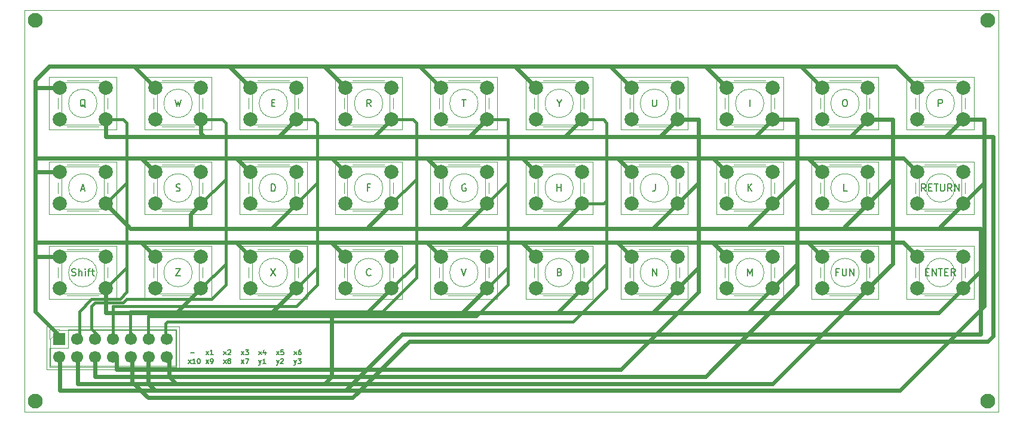
<source format=gbr>
%TF.GenerationSoftware,KiCad,Pcbnew,9.0.7*%
%TF.CreationDate,2026-01-27T19:20:49-03:00*%
%TF.ProjectId,teclado_matricial,7465636c-6164-46f5-9f6d-617472696369,rev?*%
%TF.SameCoordinates,Original*%
%TF.FileFunction,Copper,L2,Bot*%
%TF.FilePolarity,Positive*%
%FSLAX46Y46*%
G04 Gerber Fmt 4.6, Leading zero omitted, Abs format (unit mm)*
G04 Created by KiCad (PCBNEW 9.0.7) date 2026-01-27 19:20:49*
%MOMM*%
%LPD*%
G01*
G04 APERTURE LIST*
%TA.AperFunction,ComponentPad*%
%ADD10C,2.000000*%
%TD*%
%TA.AperFunction,ComponentPad*%
%ADD11R,1.700000X1.700000*%
%TD*%
%TA.AperFunction,ComponentPad*%
%ADD12C,1.700000*%
%TD*%
%TA.AperFunction,ViaPad*%
%ADD13C,2.100000*%
%TD*%
%TA.AperFunction,Conductor*%
%ADD14C,0.600000*%
%TD*%
%TA.AperFunction,Conductor*%
%ADD15C,0.400000*%
%TD*%
%ADD16C,2.000000*%
%ADD17R,1.700000X1.700000*%
%ADD18C,1.700000*%
%ADD19C,0.120000*%
%ADD20C,0.050000*%
%ADD21C,0.100000*%
%ADD22C,0.175000*%
%ADD23C,0.150000*%
%TA.AperFunction,Profile*%
%ADD24C,0.050000*%
%TD*%
G04 APERTURE END LIST*
D10*
%TO.P,Button,1*%
%TO.N,.*%
X165500000Y-99000000D03*
%TO.N,N/C*%
X172000000Y-99000000D03*
%TO.P,Button,2*%
X165500000Y-103500000D03*
%TO.N,.*%
X172000000Y-103500000D03*
%TD*%
%TO.P,Button,1*%
%TO.N,.*%
X138500000Y-99000000D03*
%TO.N,N/C*%
X145000000Y-99000000D03*
%TO.P,Button,2*%
X138500000Y-103500000D03*
%TO.N,.*%
X145000000Y-103500000D03*
%TD*%
%TO.P,Button,1*%
%TO.N,.*%
X84500000Y-111000000D03*
%TO.N,N/C*%
X91000000Y-111000000D03*
%TO.P,Button,2*%
X84500000Y-115500000D03*
%TO.N,.*%
X91000000Y-115500000D03*
%TD*%
%TO.P,Button,1*%
%TO.N,.*%
X165500000Y-87000000D03*
%TO.N,N/C*%
X172000000Y-87000000D03*
%TO.P,Button,2*%
X165500000Y-91500000D03*
%TO.N,.*%
X172000000Y-91500000D03*
%TD*%
%TO.P,Button,1*%
%TO.N,.*%
X192500000Y-87000000D03*
%TO.N,N/C*%
X199000000Y-87000000D03*
%TO.P,Button,2*%
X192500000Y-91500000D03*
%TO.N,.*%
X199000000Y-91500000D03*
%TD*%
%TO.P,Button,1*%
%TO.N,.*%
X165500000Y-111000000D03*
%TO.N,N/C*%
X172000000Y-111000000D03*
%TO.P,Button,2*%
X165500000Y-115500000D03*
%TO.N,.*%
X172000000Y-115500000D03*
%TD*%
%TO.P,Button,1*%
%TO.N,.*%
X206000000Y-99000000D03*
%TO.N,N/C*%
X212500000Y-99000000D03*
%TO.P,Button,2*%
X206000000Y-103500000D03*
%TO.N,.*%
X212500000Y-103500000D03*
%TD*%
%TO.P,Button,1*%
%TO.N,.*%
X152000000Y-111000000D03*
%TO.N,N/C*%
X158500000Y-111000000D03*
%TO.P,Button,2*%
X152000000Y-115500000D03*
%TO.N,.*%
X158500000Y-115500000D03*
%TD*%
%TO.P,Button,1*%
%TO.N,.*%
X84500000Y-87000000D03*
%TO.N,N/C*%
X91000000Y-87000000D03*
%TO.P,Button,2*%
X84500000Y-91500000D03*
%TO.N,.*%
X91000000Y-91500000D03*
%TD*%
%TO.P,Button,1*%
%TO.N,.*%
X192500000Y-111000000D03*
%TO.N,N/C*%
X199000000Y-111000000D03*
%TO.P,Button,2*%
X192500000Y-115500000D03*
%TO.N,.*%
X199000000Y-115500000D03*
%TD*%
%TO.P,Button,1*%
%TO.N,.*%
X179000000Y-111000000D03*
%TO.N,N/C*%
X185500000Y-111000000D03*
%TO.P,Button,2*%
X179000000Y-115500000D03*
%TO.N,.*%
X185500000Y-115500000D03*
%TD*%
%TO.P,Button,1*%
%TO.N,.*%
X125000000Y-99000000D03*
%TO.N,N/C*%
X131500000Y-99000000D03*
%TO.P,Button,2*%
X125000000Y-103500000D03*
%TO.N,.*%
X131500000Y-103500000D03*
%TD*%
%TO.P,Button,1*%
%TO.N,.*%
X98000000Y-111000000D03*
%TO.N,N/C*%
X104500000Y-111000000D03*
%TO.P,Button,2*%
X98000000Y-115500000D03*
%TO.N,.*%
X104500000Y-115500000D03*
%TD*%
%TO.P,Button,1*%
%TO.N,.*%
X125000000Y-87000000D03*
%TO.N,N/C*%
X131500000Y-87000000D03*
%TO.P,Button,2*%
X125000000Y-91500000D03*
%TO.N,.*%
X131500000Y-91500000D03*
%TD*%
%TO.P,Button,1*%
%TO.N,.*%
X179000000Y-99000000D03*
%TO.N,N/C*%
X185500000Y-99000000D03*
%TO.P,Button,2*%
X179000000Y-103500000D03*
%TO.N,.*%
X185500000Y-103500000D03*
%TD*%
%TO.P,Button,1*%
%TO.N,.*%
X98000000Y-87000000D03*
%TO.N,N/C*%
X104500000Y-87000000D03*
%TO.P,Button,2*%
X98000000Y-91500000D03*
%TO.N,.*%
X104500000Y-91500000D03*
%TD*%
%TO.P,Button,1*%
%TO.N,.*%
X206000000Y-111000000D03*
%TO.N,N/C*%
X212500000Y-111000000D03*
%TO.P,Button,2*%
X206000000Y-115500000D03*
%TO.N,.*%
X212500000Y-115500000D03*
%TD*%
%TO.P,Button,1*%
%TO.N,.*%
X206000000Y-87000000D03*
%TO.N,N/C*%
X212500000Y-87000000D03*
%TO.P,Button,2*%
X206000000Y-91500000D03*
%TO.N,.*%
X212500000Y-91500000D03*
%TD*%
%TO.P,Button,1*%
%TO.N,.*%
X192500000Y-99000000D03*
%TO.N,N/C*%
X199000000Y-99000000D03*
%TO.P,Button,2*%
X192500000Y-103500000D03*
%TO.N,.*%
X199000000Y-103500000D03*
%TD*%
%TO.P,Button,1*%
%TO.N,.*%
X84500000Y-99000000D03*
%TO.N,N/C*%
X91000000Y-99000000D03*
%TO.P,Button,2*%
X84500000Y-103500000D03*
%TO.N,.*%
X91000000Y-103500000D03*
%TD*%
%TO.P,Button,1*%
%TO.N,.*%
X152000000Y-99000000D03*
%TO.N,N/C*%
X158500000Y-99000000D03*
%TO.P,Button,2*%
X152000000Y-103500000D03*
%TO.N,.*%
X158500000Y-103500000D03*
%TD*%
%TO.P,Button,1*%
%TO.N,.*%
X138500000Y-111000000D03*
%TO.N,N/C*%
X145000000Y-111000000D03*
%TO.P,Button,2*%
X138500000Y-115500000D03*
%TO.N,.*%
X145000000Y-115500000D03*
%TD*%
%TO.P,Button,1*%
%TO.N,.*%
X125000000Y-111000000D03*
%TO.N,N/C*%
X131500000Y-111000000D03*
%TO.P,Button,2*%
X125000000Y-115500000D03*
%TO.N,.*%
X131500000Y-115500000D03*
%TD*%
%TO.P,Button,1*%
%TO.N,.*%
X111500000Y-99000000D03*
%TO.N,N/C*%
X118000000Y-99000000D03*
%TO.P,Button,2*%
X111500000Y-103500000D03*
%TO.N,.*%
X118000000Y-103500000D03*
%TD*%
%TO.P,Button,1*%
%TO.N,.*%
X138500000Y-87000000D03*
%TO.N,N/C*%
X145000000Y-87000000D03*
%TO.P,Button,2*%
X138500000Y-91500000D03*
%TO.N,.*%
X145000000Y-91500000D03*
%TD*%
%TO.P,Button,1*%
%TO.N,.*%
X179000000Y-87000000D03*
%TO.N,N/C*%
X185500000Y-87000000D03*
%TO.P,Button,2*%
X179000000Y-91500000D03*
%TO.N,.*%
X185500000Y-91500000D03*
%TD*%
%TO.P,Button,1*%
%TO.N,.*%
X152000000Y-87000000D03*
%TO.N,N/C*%
X158500000Y-87000000D03*
%TO.P,Button,2*%
X152000000Y-91500000D03*
%TO.N,.*%
X158500000Y-91500000D03*
%TD*%
%TO.P,Button,1*%
%TO.N,.*%
X98000000Y-99000000D03*
%TO.N,N/C*%
X104500000Y-99000000D03*
%TO.P,Button,2*%
X98000000Y-103500000D03*
%TO.N,.*%
X104500000Y-103500000D03*
%TD*%
%TO.P,Button,1*%
%TO.N,.*%
X111500000Y-111000000D03*
%TO.N,N/C*%
X118000000Y-111000000D03*
%TO.P,Button,2*%
X111500000Y-115500000D03*
%TO.N,.*%
X118000000Y-115500000D03*
%TD*%
%TO.P,Button,1*%
%TO.N,.*%
X111500000Y-87000000D03*
%TO.N,N/C*%
X118000000Y-87000000D03*
%TO.P,Button,2*%
X111500000Y-91500000D03*
%TO.N,.*%
X118000000Y-91500000D03*
%TD*%
D11*
%TO.P,PinHeader,1*%
%TO.N,N/C*%
X84420000Y-122710000D03*
D12*
%TO.P,PinHeader,2*%
X84420000Y-125250000D03*
%TO.P,PinHeader,3*%
X86960000Y-122710000D03*
%TO.P,PinHeader,4*%
X86960000Y-125250000D03*
%TO.P,PinHeader,5*%
X89500000Y-122710000D03*
%TO.P,PinHeader,6*%
X89500000Y-125250000D03*
%TO.P,PinHeader,7*%
X92040000Y-122710000D03*
%TO.P,PinHeader,8*%
X92040000Y-125250000D03*
%TO.P,PinHeader,9*%
X94580000Y-122710000D03*
%TO.P,PinHeader,10*%
X94580000Y-125250000D03*
%TO.P,PinHeader,11*%
X97120000Y-122710000D03*
%TO.P,PinHeader,12*%
X97120000Y-125250000D03*
%TO.P,PinHeader,13*%
X99660000Y-122710000D03*
%TO.P,PinHeader,14*%
X99660000Y-125250000D03*
%TD*%
D13*
%TO.N,.*%
X216000000Y-131500000D03*
X81000000Y-131500000D03*
X216000000Y-77500000D03*
X81000000Y-77500000D03*
%TD*%
D14*
%TO.N,.*%
X199000000Y-91500000D02*
X202500000Y-91500000D01*
D15*
X121000000Y-100500000D02*
X118000000Y-103500000D01*
X104500000Y-91500000D02*
X107500000Y-91500000D01*
X93500000Y-117500000D02*
X89500000Y-117500000D01*
D14*
X92500000Y-127000000D02*
X92500000Y-125250000D01*
D15*
X118000000Y-118000000D02*
X92000000Y-118000000D01*
D14*
X164000000Y-127000000D02*
X92500000Y-127000000D01*
X202500000Y-91500000D02*
X202500000Y-100000000D01*
D15*
X89500000Y-117500000D02*
X89000000Y-118000000D01*
X108000000Y-115000000D02*
X106000000Y-117000000D01*
X134500000Y-91500000D02*
X135000000Y-92000000D01*
X158500000Y-91500000D02*
X161500000Y-91500000D01*
D14*
X215500000Y-112500000D02*
X215500000Y-118000000D01*
D15*
X106000000Y-117000000D02*
X94000000Y-117000000D01*
X135000000Y-92000000D02*
X135000000Y-100000000D01*
X135000000Y-112000000D02*
X131500000Y-115500000D01*
X89000000Y-117000000D02*
X87250000Y-118750000D01*
D14*
X176000000Y-128000000D02*
X89500000Y-128000000D01*
D15*
X108000000Y-112000000D02*
X108000000Y-115000000D01*
D14*
X175000000Y-116000000D02*
X164000000Y-127000000D01*
D15*
X108000000Y-110500000D02*
X108000000Y-112000000D01*
X162000000Y-112000000D02*
X158500000Y-115500000D01*
X135000000Y-114000000D02*
X130250000Y-118750000D01*
X107500000Y-91500000D02*
X108000000Y-92000000D01*
X162000000Y-92000000D02*
X162000000Y-103000000D01*
X118000000Y-91500000D02*
X120500000Y-91500000D01*
D14*
X189000000Y-112000000D02*
X189000000Y-115000000D01*
D15*
X148000000Y-115000000D02*
X143500000Y-119500000D01*
X94000000Y-116000000D02*
X93000000Y-117000000D01*
D14*
X172000000Y-91500000D02*
X175000000Y-91500000D01*
D15*
X162000000Y-115500000D02*
X157250000Y-120250000D01*
X148000000Y-100500000D02*
X145000000Y-103500000D01*
X135000000Y-100000000D02*
X131500000Y-103500000D01*
D14*
X203500000Y-130000000D02*
X84500000Y-130000000D01*
D15*
X89000000Y-118000000D02*
X89000000Y-121250003D01*
X148000000Y-100500000D02*
X148000000Y-112500000D01*
X87250000Y-118750000D02*
X87250000Y-122590000D01*
D14*
X89500000Y-128000000D02*
X89500000Y-125250000D01*
D15*
X157250000Y-120250000D02*
X99750000Y-120250000D01*
X108000000Y-100000000D02*
X104500000Y-103500000D01*
D14*
X215500000Y-100500000D02*
X212500000Y-103500000D01*
D15*
X94000000Y-112500000D02*
X94000000Y-116000000D01*
X135000000Y-112000000D02*
X135000000Y-114000000D01*
X121000000Y-92000000D02*
X121000000Y-100500000D01*
X121000000Y-100500000D02*
X121000000Y-112500000D01*
D14*
X189000000Y-100000000D02*
X189000000Y-112000000D01*
X87000000Y-129000000D02*
X87000000Y-125250000D01*
X215500000Y-118000000D02*
X203500000Y-130000000D01*
D15*
X94000000Y-100500000D02*
X94000000Y-112500000D01*
D14*
X212500000Y-91500000D02*
X215500000Y-91500000D01*
D15*
X94500000Y-121750009D02*
X95000000Y-122250009D01*
D14*
X175000000Y-91500000D02*
X175000000Y-100500000D01*
D15*
X89000000Y-121250003D02*
X90000000Y-122250003D01*
X162000000Y-103000000D02*
X161500000Y-103500000D01*
D14*
X215500000Y-100500000D02*
X215500000Y-112500000D01*
D15*
X161500000Y-103500000D02*
X158500000Y-103500000D01*
D14*
X189000000Y-115000000D02*
X176000000Y-128000000D01*
D15*
X120500000Y-91500000D02*
X121000000Y-92000000D01*
D14*
X185500000Y-91500000D02*
X189000000Y-91500000D01*
X84500000Y-125250000D02*
X84750000Y-125000000D01*
D15*
X130250000Y-118750000D02*
X94500000Y-118750000D01*
X99500000Y-120500000D02*
X99500000Y-122249997D01*
X99750000Y-120250000D02*
X99500000Y-120500000D01*
D14*
X189000000Y-100000000D02*
X185500000Y-103500000D01*
D15*
X148000000Y-112500000D02*
X148000000Y-115000000D01*
X108000000Y-100000000D02*
X108000000Y-110500000D01*
X143500000Y-119500000D02*
X97000000Y-119500000D01*
X161500000Y-91500000D02*
X162000000Y-92000000D01*
X121000000Y-115000000D02*
X118000000Y-118000000D01*
X135000000Y-100000000D02*
X135000000Y-112000000D01*
X131500000Y-91500000D02*
X134500000Y-91500000D01*
X92000000Y-118000000D02*
X92000000Y-122249994D01*
D14*
X189000000Y-91500000D02*
X189000000Y-100000000D01*
X87000000Y-125250000D02*
X87250000Y-125000000D01*
D15*
X121000000Y-112500000D02*
X121000000Y-115000000D01*
X162000000Y-112000000D02*
X162000000Y-115500000D01*
X94000000Y-112500000D02*
X91000000Y-115500000D01*
X145000000Y-91500000D02*
X148000000Y-91500000D01*
D14*
X84500000Y-130000000D02*
X84500000Y-125250000D01*
D15*
X93500000Y-91500000D02*
X94000000Y-92000000D01*
X94000000Y-117000000D02*
X93500000Y-117500000D01*
X91000000Y-91500000D02*
X93500000Y-91500000D01*
D14*
X175000000Y-112500000D02*
X172000000Y-115500000D01*
D15*
X94000000Y-92000000D02*
X94000000Y-100500000D01*
X87250000Y-122590000D02*
X87130000Y-122710000D01*
D14*
X202500000Y-112000000D02*
X185500000Y-129000000D01*
X202500000Y-100000000D02*
X199000000Y-103500000D01*
X175000000Y-100500000D02*
X175000000Y-112500000D01*
X175000000Y-112500000D02*
X175000000Y-116000000D01*
D15*
X121000000Y-112500000D02*
X118000000Y-115500000D01*
X94000000Y-100500000D02*
X91000000Y-103500000D01*
X162000000Y-103000000D02*
X162000000Y-112000000D01*
X108000000Y-92000000D02*
X108000000Y-100000000D01*
X148000000Y-91500000D02*
X148000000Y-100500000D01*
D14*
X215500000Y-91500000D02*
X215500000Y-100500000D01*
X189000000Y-112000000D02*
X185500000Y-115500000D01*
X202500000Y-100000000D02*
X202500000Y-112000000D01*
D15*
X97000000Y-119500000D02*
X97000000Y-122250000D01*
D14*
X175000000Y-100500000D02*
X172000000Y-103500000D01*
D15*
X93000000Y-117000000D02*
X89000000Y-117000000D01*
D14*
X92500000Y-125250000D02*
X92250000Y-125000000D01*
X215500000Y-112500000D02*
X212500000Y-115500000D01*
D15*
X148000000Y-112500000D02*
X145000000Y-115500000D01*
X108000000Y-112000000D02*
X104500000Y-115500000D01*
D14*
X202500000Y-112000000D02*
X199000000Y-115500000D01*
X89500000Y-125250000D02*
X89750000Y-125000000D01*
D15*
X94500000Y-118750000D02*
X94500000Y-121750009D01*
D14*
X185500000Y-129000000D02*
X87000000Y-129000000D01*
%TD*%
D16*
%TO.C,Button*%
X165500000Y-99000000D03*
X172000000Y-99000000D03*
X165500000Y-103500000D03*
X172000000Y-103500000D03*
%TD*%
%TO.C,Button*%
X138500000Y-99000000D03*
X145000000Y-99000000D03*
X138500000Y-103500000D03*
X145000000Y-103500000D03*
%TD*%
%TO.C,Button*%
X84500000Y-111000000D03*
X91000000Y-111000000D03*
X84500000Y-115500000D03*
X91000000Y-115500000D03*
%TD*%
%TO.C,Button*%
X165500000Y-87000000D03*
X172000000Y-87000000D03*
X165500000Y-91500000D03*
X172000000Y-91500000D03*
%TD*%
%TO.C,Button*%
X192500000Y-87000000D03*
X199000000Y-87000000D03*
X192500000Y-91500000D03*
X199000000Y-91500000D03*
%TD*%
%TO.C,Button*%
X165500000Y-111000000D03*
X172000000Y-111000000D03*
X165500000Y-115500000D03*
X172000000Y-115500000D03*
%TD*%
%TO.C,Button*%
X206000000Y-99000000D03*
X212500000Y-99000000D03*
X206000000Y-103500000D03*
X212500000Y-103500000D03*
%TD*%
%TO.C,Button*%
X152000000Y-111000000D03*
X158500000Y-111000000D03*
X152000000Y-115500000D03*
X158500000Y-115500000D03*
%TD*%
%TO.C,Button*%
X84500000Y-87000000D03*
X91000000Y-87000000D03*
X84500000Y-91500000D03*
X91000000Y-91500000D03*
%TD*%
%TO.C,Button*%
X192500000Y-111000000D03*
X199000000Y-111000000D03*
X192500000Y-115500000D03*
X199000000Y-115500000D03*
%TD*%
%TO.C,Button*%
X179000000Y-111000000D03*
X185500000Y-111000000D03*
X179000000Y-115500000D03*
X185500000Y-115500000D03*
%TD*%
%TO.C,Button*%
X125000000Y-99000000D03*
X131500000Y-99000000D03*
X125000000Y-103500000D03*
X131500000Y-103500000D03*
%TD*%
%TO.C,Button*%
X98000000Y-111000000D03*
X104500000Y-111000000D03*
X98000000Y-115500000D03*
X104500000Y-115500000D03*
%TD*%
%TO.C,Button*%
X125000000Y-87000000D03*
X131500000Y-87000000D03*
X125000000Y-91500000D03*
X131500000Y-91500000D03*
%TD*%
%TO.C,Button*%
X179000000Y-99000000D03*
X185500000Y-99000000D03*
X179000000Y-103500000D03*
X185500000Y-103500000D03*
%TD*%
%TO.C,Button*%
X98000000Y-87000000D03*
X104500000Y-87000000D03*
X98000000Y-91500000D03*
X104500000Y-91500000D03*
%TD*%
%TO.C,Button*%
X206000000Y-111000000D03*
X212500000Y-111000000D03*
X206000000Y-115500000D03*
X212500000Y-115500000D03*
%TD*%
%TO.C,Button*%
X206000000Y-87000000D03*
X212500000Y-87000000D03*
X206000000Y-91500000D03*
X212500000Y-91500000D03*
%TD*%
%TO.C,Button*%
X192500000Y-99000000D03*
X199000000Y-99000000D03*
X192500000Y-103500000D03*
X199000000Y-103500000D03*
%TD*%
%TO.C,Button*%
X84500000Y-99000000D03*
X91000000Y-99000000D03*
X84500000Y-103500000D03*
X91000000Y-103500000D03*
%TD*%
%TO.C,Button*%
X152000000Y-99000000D03*
X158500000Y-99000000D03*
X152000000Y-103500000D03*
X158500000Y-103500000D03*
%TD*%
%TO.C,Button*%
X138500000Y-111000000D03*
X145000000Y-111000000D03*
X138500000Y-115500000D03*
X145000000Y-115500000D03*
%TD*%
%TO.C,Button*%
X125000000Y-111000000D03*
X131500000Y-111000000D03*
X125000000Y-115500000D03*
X131500000Y-115500000D03*
%TD*%
%TO.C,Button*%
X111500000Y-99000000D03*
X118000000Y-99000000D03*
X111500000Y-103500000D03*
X118000000Y-103500000D03*
%TD*%
%TO.C,Button*%
X138500000Y-87000000D03*
X145000000Y-87000000D03*
X138500000Y-91500000D03*
X145000000Y-91500000D03*
%TD*%
%TO.C,Button*%
X179000000Y-87000000D03*
X185500000Y-87000000D03*
X179000000Y-91500000D03*
X185500000Y-91500000D03*
%TD*%
%TO.C,Button*%
X152000000Y-87000000D03*
X158500000Y-87000000D03*
X152000000Y-91500000D03*
X158500000Y-91500000D03*
%TD*%
%TO.C,Button*%
X98000000Y-99000000D03*
X104500000Y-99000000D03*
X98000000Y-103500000D03*
X104500000Y-103500000D03*
%TD*%
%TO.C,Button*%
X111500000Y-111000000D03*
X118000000Y-111000000D03*
X111500000Y-115500000D03*
X118000000Y-115500000D03*
%TD*%
%TO.C,Button*%
X111500000Y-87000000D03*
X118000000Y-87000000D03*
X111500000Y-91500000D03*
X118000000Y-91500000D03*
%TD*%
D17*
%TO.C,PinHeader*%
X84420000Y-122710000D03*
D18*
X84420000Y-125250000D03*
X86960000Y-122710000D03*
X86960000Y-125250000D03*
X89500000Y-122710000D03*
X89500000Y-125250000D03*
X92040000Y-122710000D03*
X92040000Y-125250000D03*
X94580000Y-122710000D03*
X94580000Y-125250000D03*
X97120000Y-122710000D03*
X97120000Y-125250000D03*
X99660000Y-122710000D03*
X99660000Y-125250000D03*
%TD*%
D19*
%TO.C,PinHeader*%
X83040000Y-121330000D02*
X83040000Y-122710000D01*
X83040000Y-123980000D02*
X83040000Y-126630000D01*
X83040000Y-126630000D02*
X101040000Y-126630000D01*
X84420000Y-121330000D02*
X83040000Y-121330000D01*
X85690000Y-121330000D02*
X85690000Y-123980000D01*
X85690000Y-121330000D02*
X101040000Y-121330000D01*
X85690000Y-123980000D02*
X83040000Y-123980000D01*
X101040000Y-121330000D02*
X101040000Y-126630000D01*
%TD*%
%TO.C,PinHeader*%
D20*
X82640000Y-120940000D02*
X101440000Y-120940000D01*
X101440000Y-127030000D01*
X82640000Y-127030000D01*
X82640000Y-120940000D01*
%TD*%
D21*
%TO.C,PinHeader*%
X83150000Y-122710000D02*
X83150000Y-126520000D01*
X83150000Y-126520000D02*
X100930000Y-126520000D01*
X84420000Y-121440000D02*
X83150000Y-122710000D01*
X100930000Y-121440000D02*
X84420000Y-121440000D01*
X100930000Y-126520000D02*
X100930000Y-121440000D01*
%TD*%
D10*
%TO.P,Button,1*%
%TO.N,.*%
X165500000Y-99000000D03*
%TO.N,N/C*%
X172000000Y-99000000D03*
%TO.P,Button,2*%
X165500000Y-103500000D03*
%TO.N,.*%
X172000000Y-103500000D03*
%TD*%
%TO.P,Button,1*%
%TO.N,.*%
X138500000Y-99000000D03*
%TO.N,N/C*%
X145000000Y-99000000D03*
%TO.P,Button,2*%
X138500000Y-103500000D03*
%TO.N,.*%
X145000000Y-103500000D03*
%TD*%
%TO.P,Button,1*%
%TO.N,.*%
X84500000Y-111000000D03*
%TO.N,N/C*%
X91000000Y-111000000D03*
%TO.P,Button,2*%
X84500000Y-115500000D03*
%TO.N,.*%
X91000000Y-115500000D03*
%TD*%
%TO.P,Button,1*%
%TO.N,.*%
X165500000Y-87000000D03*
%TO.N,N/C*%
X172000000Y-87000000D03*
%TO.P,Button,2*%
X165500000Y-91500000D03*
%TO.N,.*%
X172000000Y-91500000D03*
%TD*%
%TO.P,Button,1*%
%TO.N,.*%
X192500000Y-87000000D03*
%TO.N,N/C*%
X199000000Y-87000000D03*
%TO.P,Button,2*%
X192500000Y-91500000D03*
%TO.N,.*%
X199000000Y-91500000D03*
%TD*%
%TO.P,Button,1*%
%TO.N,.*%
X165500000Y-111000000D03*
%TO.N,N/C*%
X172000000Y-111000000D03*
%TO.P,Button,2*%
X165500000Y-115500000D03*
%TO.N,.*%
X172000000Y-115500000D03*
%TD*%
%TO.P,Button,1*%
%TO.N,.*%
X206000000Y-99000000D03*
%TO.N,N/C*%
X212500000Y-99000000D03*
%TO.P,Button,2*%
X206000000Y-103500000D03*
%TO.N,.*%
X212500000Y-103500000D03*
%TD*%
%TO.P,Button,1*%
%TO.N,.*%
X152000000Y-111000000D03*
%TO.N,N/C*%
X158500000Y-111000000D03*
%TO.P,Button,2*%
X152000000Y-115500000D03*
%TO.N,.*%
X158500000Y-115500000D03*
%TD*%
%TO.P,Button,1*%
%TO.N,.*%
X84500000Y-87000000D03*
%TO.N,N/C*%
X91000000Y-87000000D03*
%TO.P,Button,2*%
X84500000Y-91500000D03*
%TO.N,.*%
X91000000Y-91500000D03*
%TD*%
%TO.P,Button,1*%
%TO.N,.*%
X192500000Y-111000000D03*
%TO.N,N/C*%
X199000000Y-111000000D03*
%TO.P,Button,2*%
X192500000Y-115500000D03*
%TO.N,.*%
X199000000Y-115500000D03*
%TD*%
%TO.P,Button,1*%
%TO.N,.*%
X179000000Y-111000000D03*
%TO.N,N/C*%
X185500000Y-111000000D03*
%TO.P,Button,2*%
X179000000Y-115500000D03*
%TO.N,.*%
X185500000Y-115500000D03*
%TD*%
%TO.P,Button,1*%
%TO.N,.*%
X125000000Y-99000000D03*
%TO.N,N/C*%
X131500000Y-99000000D03*
%TO.P,Button,2*%
X125000000Y-103500000D03*
%TO.N,.*%
X131500000Y-103500000D03*
%TD*%
%TO.P,Button,1*%
%TO.N,.*%
X98000000Y-111000000D03*
%TO.N,N/C*%
X104500000Y-111000000D03*
%TO.P,Button,2*%
X98000000Y-115500000D03*
%TO.N,.*%
X104500000Y-115500000D03*
%TD*%
%TO.P,Button,1*%
%TO.N,.*%
X125000000Y-87000000D03*
%TO.N,N/C*%
X131500000Y-87000000D03*
%TO.P,Button,2*%
X125000000Y-91500000D03*
%TO.N,.*%
X131500000Y-91500000D03*
%TD*%
%TO.P,Button,1*%
%TO.N,.*%
X179000000Y-99000000D03*
%TO.N,N/C*%
X185500000Y-99000000D03*
%TO.P,Button,2*%
X179000000Y-103500000D03*
%TO.N,.*%
X185500000Y-103500000D03*
%TD*%
%TO.P,Button,1*%
%TO.N,.*%
X98000000Y-87000000D03*
%TO.N,N/C*%
X104500000Y-87000000D03*
%TO.P,Button,2*%
X98000000Y-91500000D03*
%TO.N,.*%
X104500000Y-91500000D03*
%TD*%
%TO.P,Button,1*%
%TO.N,.*%
X206000000Y-111000000D03*
%TO.N,N/C*%
X212500000Y-111000000D03*
%TO.P,Button,2*%
X206000000Y-115500000D03*
%TO.N,.*%
X212500000Y-115500000D03*
%TD*%
%TO.P,Button,1*%
%TO.N,.*%
X206000000Y-87000000D03*
%TO.N,N/C*%
X212500000Y-87000000D03*
%TO.P,Button,2*%
X206000000Y-91500000D03*
%TO.N,.*%
X212500000Y-91500000D03*
%TD*%
%TO.P,Button,1*%
%TO.N,.*%
X192500000Y-99000000D03*
%TO.N,N/C*%
X199000000Y-99000000D03*
%TO.P,Button,2*%
X192500000Y-103500000D03*
%TO.N,.*%
X199000000Y-103500000D03*
%TD*%
%TO.P,Button,1*%
%TO.N,.*%
X84500000Y-99000000D03*
%TO.N,N/C*%
X91000000Y-99000000D03*
%TO.P,Button,2*%
X84500000Y-103500000D03*
%TO.N,.*%
X91000000Y-103500000D03*
%TD*%
%TO.P,Button,1*%
%TO.N,.*%
X152000000Y-99000000D03*
%TO.N,N/C*%
X158500000Y-99000000D03*
%TO.P,Button,2*%
X152000000Y-103500000D03*
%TO.N,.*%
X158500000Y-103500000D03*
%TD*%
%TO.P,Button,1*%
%TO.N,.*%
X138500000Y-111000000D03*
%TO.N,N/C*%
X145000000Y-111000000D03*
%TO.P,Button,2*%
X138500000Y-115500000D03*
%TO.N,.*%
X145000000Y-115500000D03*
%TD*%
%TO.P,Button,1*%
%TO.N,.*%
X125000000Y-111000000D03*
%TO.N,N/C*%
X131500000Y-111000000D03*
%TO.P,Button,2*%
X125000000Y-115500000D03*
%TO.N,.*%
X131500000Y-115500000D03*
%TD*%
%TO.P,Button,1*%
%TO.N,.*%
X111500000Y-99000000D03*
%TO.N,N/C*%
X118000000Y-99000000D03*
%TO.P,Button,2*%
X111500000Y-103500000D03*
%TO.N,.*%
X118000000Y-103500000D03*
%TD*%
%TO.P,Button,1*%
%TO.N,.*%
X138500000Y-87000000D03*
%TO.N,N/C*%
X145000000Y-87000000D03*
%TO.P,Button,2*%
X138500000Y-91500000D03*
%TO.N,.*%
X145000000Y-91500000D03*
%TD*%
%TO.P,Button,1*%
%TO.N,.*%
X179000000Y-87000000D03*
%TO.N,N/C*%
X185500000Y-87000000D03*
%TO.P,Button,2*%
X179000000Y-91500000D03*
%TO.N,.*%
X185500000Y-91500000D03*
%TD*%
%TO.P,Button,1*%
%TO.N,.*%
X152000000Y-87000000D03*
%TO.N,N/C*%
X158500000Y-87000000D03*
%TO.P,Button,2*%
X152000000Y-91500000D03*
%TO.N,.*%
X158500000Y-91500000D03*
%TD*%
%TO.P,Button,1*%
%TO.N,.*%
X98000000Y-99000000D03*
%TO.N,N/C*%
X104500000Y-99000000D03*
%TO.P,Button,2*%
X98000000Y-103500000D03*
%TO.N,.*%
X104500000Y-103500000D03*
%TD*%
%TO.P,Button,1*%
%TO.N,.*%
X111500000Y-111000000D03*
%TO.N,N/C*%
X118000000Y-111000000D03*
%TO.P,Button,2*%
X111500000Y-115500000D03*
%TO.N,.*%
X118000000Y-115500000D03*
%TD*%
%TO.P,Button,1*%
%TO.N,.*%
X111500000Y-87000000D03*
%TO.N,N/C*%
X118000000Y-87000000D03*
%TO.P,Button,2*%
X111500000Y-91500000D03*
%TO.N,.*%
X118000000Y-91500000D03*
%TD*%
D11*
%TO.P,PinHeader,1*%
%TO.N,N/C*%
X84420000Y-122710000D03*
D12*
%TO.P,PinHeader,2*%
X84420000Y-125250000D03*
%TO.P,PinHeader,3*%
X86960000Y-122710000D03*
%TO.P,PinHeader,4*%
X86960000Y-125250000D03*
%TO.P,PinHeader,5*%
X89500000Y-122710000D03*
%TO.P,PinHeader,6*%
X89500000Y-125250000D03*
%TO.P,PinHeader,7*%
X92040000Y-122710000D03*
%TO.P,PinHeader,8*%
X92040000Y-125250000D03*
%TO.P,PinHeader,9*%
X94580000Y-122710000D03*
%TO.P,PinHeader,10*%
X94580000Y-125250000D03*
%TO.P,PinHeader,11*%
X97120000Y-122710000D03*
%TO.P,PinHeader,12*%
X97120000Y-125250000D03*
%TO.P,PinHeader,13*%
X99660000Y-122710000D03*
%TO.P,PinHeader,14*%
X99660000Y-125250000D03*
%TD*%
D13*
%TO.N,.*%
X216000000Y-131500000D03*
X81000000Y-131500000D03*
X216000000Y-77500000D03*
X81000000Y-77500000D03*
%TD*%
D14*
%TO.N,.*%
X141500000Y-107000000D02*
X155000000Y-107000000D01*
X105000000Y-94000000D02*
X104500000Y-93500000D01*
X96000000Y-109000000D02*
X109500000Y-109000000D01*
X190500000Y-109000000D02*
X192500000Y-111000000D01*
X101000000Y-119000000D02*
X114500000Y-119000000D01*
X195500000Y-119000000D02*
X199000000Y-115500000D01*
X150000000Y-109000000D02*
X163500000Y-109000000D01*
X133000000Y-122000000D02*
X125000000Y-130000000D01*
X182000000Y-107000000D02*
X195500000Y-107000000D01*
X128000000Y-107000000D02*
X141500000Y-107000000D01*
X177000000Y-97000000D02*
X179000000Y-99000000D01*
X142500000Y-94000000D02*
X145000000Y-91500000D01*
X177000000Y-109000000D02*
X179000000Y-111000000D01*
X155000000Y-107000000D02*
X158500000Y-103500000D01*
X177000000Y-109000000D02*
X190500000Y-109000000D01*
X183000000Y-94000000D02*
X196500000Y-94000000D01*
X136500000Y-109000000D02*
X138500000Y-111000000D01*
X83000000Y-84000000D02*
X95000000Y-84000000D01*
X84500000Y-87000000D02*
X81000000Y-87000000D01*
X105000000Y-94000000D02*
X115500000Y-94000000D01*
X81000000Y-87000000D02*
X81000000Y-97000000D01*
X115500000Y-94000000D02*
X118000000Y-91500000D01*
X135500000Y-84000000D02*
X149000000Y-84000000D01*
X104500000Y-93500000D02*
X104500000Y-91500000D01*
X128000000Y-119000000D02*
X131500000Y-115500000D01*
X96000000Y-97000000D02*
X98000000Y-99000000D01*
X136500000Y-97000000D02*
X138500000Y-99000000D01*
X141500000Y-107000000D02*
X145000000Y-103500000D01*
X182000000Y-107000000D02*
X185500000Y-103500000D01*
X81000000Y-86000000D02*
X83000000Y-84000000D01*
X195500000Y-107000000D02*
X209000000Y-107000000D01*
X168500000Y-107000000D02*
X172000000Y-103500000D01*
X84500000Y-111000000D02*
X81000000Y-111000000D01*
X81000000Y-99000000D02*
X81000000Y-109000000D01*
X196500000Y-94000000D02*
X210000000Y-94000000D01*
X136500000Y-97000000D02*
X150000000Y-97000000D01*
X95000000Y-84000000D02*
X108500000Y-84000000D01*
X215000000Y-122000000D02*
X133000000Y-122000000D01*
X91000000Y-119000000D02*
X101000000Y-119000000D01*
X94500000Y-107000000D02*
X103000000Y-107000000D01*
X109500000Y-97000000D02*
X111500000Y-99000000D01*
X81000000Y-118750000D02*
X84750000Y-122500000D01*
X81000000Y-87000000D02*
X81000000Y-86000000D01*
X123000000Y-97000000D02*
X136500000Y-97000000D01*
X125000000Y-130000000D02*
X98000000Y-130000000D01*
X163500000Y-97000000D02*
X165500000Y-99000000D01*
X156000000Y-94000000D02*
X158500000Y-91500000D01*
X114500000Y-119000000D02*
X118000000Y-115500000D01*
X176000000Y-84000000D02*
X179000000Y-87000000D01*
X123000000Y-97000000D02*
X125000000Y-99000000D01*
X95000000Y-84000000D02*
X98000000Y-87000000D01*
X103000000Y-105000000D02*
X104500000Y-103500000D01*
X141500000Y-119000000D02*
X145000000Y-115500000D01*
X168500000Y-107000000D02*
X182000000Y-107000000D01*
X122000000Y-129000000D02*
X101000000Y-129000000D01*
X123000000Y-128000000D02*
X122000000Y-129000000D01*
X109500000Y-97000000D02*
X123000000Y-97000000D01*
X182000000Y-119000000D02*
X185500000Y-115500000D01*
X204000000Y-109000000D02*
X206000000Y-111000000D01*
X209000000Y-119000000D02*
X212500000Y-115500000D01*
X168500000Y-119000000D02*
X172000000Y-115500000D01*
X204000000Y-97000000D02*
X206000000Y-99000000D01*
X216699000Y-122301000D02*
X216000000Y-123000000D01*
X163500000Y-109000000D02*
X165500000Y-111000000D01*
X190500000Y-97000000D02*
X192500000Y-99000000D01*
X94750000Y-128750000D02*
X94750000Y-125000000D01*
X96000000Y-97000000D02*
X109500000Y-97000000D01*
X141500000Y-119000000D02*
X155000000Y-119000000D01*
X142500000Y-94000000D02*
X156000000Y-94000000D01*
X195500000Y-119000000D02*
X209000000Y-119000000D01*
X126000000Y-131000000D02*
X97000000Y-131000000D01*
X100000000Y-128000000D02*
X100000000Y-125250000D01*
X176000000Y-84000000D02*
X189500000Y-84000000D01*
X81000000Y-97000000D02*
X81000000Y-99000000D01*
X149000000Y-84000000D02*
X162500000Y-84000000D01*
X109500000Y-109000000D02*
X123000000Y-109000000D01*
X103000000Y-107000000D02*
X103000000Y-105000000D01*
X91000000Y-91500000D02*
X91000000Y-94000000D01*
X114500000Y-119000000D02*
X123000000Y-119000000D01*
X216000000Y-123000000D02*
X134000000Y-123000000D01*
X149000000Y-84000000D02*
X152000000Y-87000000D01*
X196500000Y-94000000D02*
X199000000Y-91500000D01*
X162500000Y-84000000D02*
X176000000Y-84000000D01*
X81000000Y-109000000D02*
X81000000Y-111000000D01*
X136500000Y-109000000D02*
X150000000Y-109000000D01*
X177000000Y-97000000D02*
X190500000Y-97000000D01*
X163500000Y-109000000D02*
X177000000Y-109000000D01*
X203000000Y-84000000D02*
X206000000Y-87000000D01*
X169500000Y-94000000D02*
X172000000Y-91500000D01*
X123000000Y-119000000D02*
X128000000Y-119000000D01*
X169500000Y-94000000D02*
X183000000Y-94000000D01*
X128000000Y-107000000D02*
X131500000Y-103500000D01*
X91000000Y-94000000D02*
X105000000Y-94000000D01*
X134000000Y-123000000D02*
X126000000Y-131000000D01*
X108500000Y-84000000D02*
X122000000Y-84000000D01*
X190500000Y-97000000D02*
X204000000Y-97000000D01*
X189500000Y-84000000D02*
X203000000Y-84000000D01*
X115500000Y-94000000D02*
X129000000Y-94000000D01*
X150000000Y-97000000D02*
X152000000Y-99000000D01*
X210000000Y-94000000D02*
X212500000Y-91500000D01*
X189500000Y-84000000D02*
X192500000Y-87000000D01*
X156000000Y-94000000D02*
X169500000Y-94000000D01*
X128000000Y-119000000D02*
X141500000Y-119000000D01*
X98000000Y-130000000D02*
X97000000Y-129000000D01*
X108500000Y-84000000D02*
X111500000Y-87000000D01*
X81000000Y-109000000D02*
X96000000Y-109000000D01*
X123000000Y-119000000D02*
X123000000Y-128000000D01*
X91000000Y-103500000D02*
X94500000Y-107000000D01*
X101000000Y-129000000D02*
X100000000Y-128000000D01*
X129000000Y-94000000D02*
X142500000Y-94000000D01*
X96000000Y-109000000D02*
X98000000Y-111000000D01*
X103000000Y-107000000D02*
X114500000Y-107000000D01*
X209000000Y-107000000D02*
X212500000Y-103500000D01*
X81000000Y-97000000D02*
X96000000Y-97000000D01*
X97000000Y-125250000D02*
X97250000Y-125000000D01*
X109500000Y-109000000D02*
X111500000Y-111000000D01*
X155000000Y-119000000D02*
X168500000Y-119000000D01*
X216699000Y-94000000D02*
X216699000Y-122301000D01*
X135500000Y-84000000D02*
X138500000Y-87000000D01*
X150000000Y-97000000D02*
X163500000Y-97000000D01*
X100000000Y-125250000D02*
X99750000Y-125000000D01*
X123000000Y-109000000D02*
X125000000Y-111000000D01*
X81000000Y-111000000D02*
X81000000Y-118750000D01*
X150000000Y-109000000D02*
X152000000Y-111000000D01*
X182000000Y-119000000D02*
X195500000Y-119000000D01*
X114500000Y-107000000D02*
X128000000Y-107000000D01*
X209000000Y-107000000D02*
X215000000Y-107000000D01*
X97000000Y-129000000D02*
X97000000Y-125250000D01*
X91000000Y-115500000D02*
X91000000Y-119000000D01*
X215000000Y-107000000D02*
X215000000Y-122000000D01*
X162500000Y-84000000D02*
X165500000Y-87000000D01*
X183000000Y-94000000D02*
X185500000Y-91500000D01*
X129000000Y-94000000D02*
X131500000Y-91500000D01*
X168500000Y-119000000D02*
X182000000Y-119000000D01*
X114500000Y-107000000D02*
X118000000Y-103500000D01*
X97000000Y-131000000D02*
X94750000Y-128750000D01*
X122000000Y-84000000D02*
X135500000Y-84000000D01*
X155000000Y-107000000D02*
X168500000Y-107000000D01*
X123000000Y-109000000D02*
X136500000Y-109000000D01*
X101000000Y-119000000D02*
X104500000Y-115500000D01*
X190500000Y-109000000D02*
X204000000Y-109000000D01*
X163500000Y-97000000D02*
X177000000Y-97000000D01*
X210000000Y-94000000D02*
X216699000Y-94000000D01*
X84500000Y-99000000D02*
X81000000Y-99000000D01*
X122000000Y-84000000D02*
X125000000Y-87000000D01*
X155000000Y-119000000D02*
X158500000Y-115500000D01*
X195500000Y-107000000D02*
X199000000Y-103500000D01*
%TD*%
D16*
%TO.C,Button*%
X165500000Y-99000000D03*
X172000000Y-99000000D03*
X165500000Y-103500000D03*
X172000000Y-103500000D03*
%TD*%
%TO.C,Button*%
X138500000Y-99000000D03*
X145000000Y-99000000D03*
X138500000Y-103500000D03*
X145000000Y-103500000D03*
%TD*%
%TO.C,Button*%
X84500000Y-111000000D03*
X91000000Y-111000000D03*
X84500000Y-115500000D03*
X91000000Y-115500000D03*
%TD*%
%TO.C,Button*%
X165500000Y-87000000D03*
X172000000Y-87000000D03*
X165500000Y-91500000D03*
X172000000Y-91500000D03*
%TD*%
%TO.C,Button*%
X192500000Y-87000000D03*
X199000000Y-87000000D03*
X192500000Y-91500000D03*
X199000000Y-91500000D03*
%TD*%
%TO.C,Button*%
X165500000Y-111000000D03*
X172000000Y-111000000D03*
X165500000Y-115500000D03*
X172000000Y-115500000D03*
%TD*%
%TO.C,Button*%
X206000000Y-99000000D03*
X212500000Y-99000000D03*
X206000000Y-103500000D03*
X212500000Y-103500000D03*
%TD*%
%TO.C,Button*%
X152000000Y-111000000D03*
X158500000Y-111000000D03*
X152000000Y-115500000D03*
X158500000Y-115500000D03*
%TD*%
%TO.C,Button*%
X84500000Y-87000000D03*
X91000000Y-87000000D03*
X84500000Y-91500000D03*
X91000000Y-91500000D03*
%TD*%
%TO.C,Button*%
X192500000Y-111000000D03*
X199000000Y-111000000D03*
X192500000Y-115500000D03*
X199000000Y-115500000D03*
%TD*%
%TO.C,Button*%
X179000000Y-111000000D03*
X185500000Y-111000000D03*
X179000000Y-115500000D03*
X185500000Y-115500000D03*
%TD*%
%TO.C,Button*%
X125000000Y-99000000D03*
X131500000Y-99000000D03*
X125000000Y-103500000D03*
X131500000Y-103500000D03*
%TD*%
%TO.C,Button*%
X98000000Y-111000000D03*
X104500000Y-111000000D03*
X98000000Y-115500000D03*
X104500000Y-115500000D03*
%TD*%
%TO.C,Button*%
X125000000Y-87000000D03*
X131500000Y-87000000D03*
X125000000Y-91500000D03*
X131500000Y-91500000D03*
%TD*%
%TO.C,Button*%
X179000000Y-99000000D03*
X185500000Y-99000000D03*
X179000000Y-103500000D03*
X185500000Y-103500000D03*
%TD*%
%TO.C,Button*%
X98000000Y-87000000D03*
X104500000Y-87000000D03*
X98000000Y-91500000D03*
X104500000Y-91500000D03*
%TD*%
%TO.C,Button*%
X206000000Y-111000000D03*
X212500000Y-111000000D03*
X206000000Y-115500000D03*
X212500000Y-115500000D03*
%TD*%
%TO.C,Button*%
X206000000Y-87000000D03*
X212500000Y-87000000D03*
X206000000Y-91500000D03*
X212500000Y-91500000D03*
%TD*%
%TO.C,Button*%
X192500000Y-99000000D03*
X199000000Y-99000000D03*
X192500000Y-103500000D03*
X199000000Y-103500000D03*
%TD*%
%TO.C,Button*%
X84500000Y-99000000D03*
X91000000Y-99000000D03*
X84500000Y-103500000D03*
X91000000Y-103500000D03*
%TD*%
%TO.C,Button*%
X152000000Y-99000000D03*
X158500000Y-99000000D03*
X152000000Y-103500000D03*
X158500000Y-103500000D03*
%TD*%
%TO.C,Button*%
X138500000Y-111000000D03*
X145000000Y-111000000D03*
X138500000Y-115500000D03*
X145000000Y-115500000D03*
%TD*%
%TO.C,Button*%
X125000000Y-111000000D03*
X131500000Y-111000000D03*
X125000000Y-115500000D03*
X131500000Y-115500000D03*
%TD*%
%TO.C,Button*%
X111500000Y-99000000D03*
X118000000Y-99000000D03*
X111500000Y-103500000D03*
X118000000Y-103500000D03*
%TD*%
%TO.C,Button*%
X138500000Y-87000000D03*
X145000000Y-87000000D03*
X138500000Y-91500000D03*
X145000000Y-91500000D03*
%TD*%
%TO.C,Button*%
X179000000Y-87000000D03*
X185500000Y-87000000D03*
X179000000Y-91500000D03*
X185500000Y-91500000D03*
%TD*%
%TO.C,Button*%
X152000000Y-87000000D03*
X158500000Y-87000000D03*
X152000000Y-91500000D03*
X158500000Y-91500000D03*
%TD*%
%TO.C,Button*%
X98000000Y-99000000D03*
X104500000Y-99000000D03*
X98000000Y-103500000D03*
X104500000Y-103500000D03*
%TD*%
%TO.C,Button*%
X111500000Y-111000000D03*
X118000000Y-111000000D03*
X111500000Y-115500000D03*
X118000000Y-115500000D03*
%TD*%
%TO.C,Button*%
X111500000Y-87000000D03*
X118000000Y-87000000D03*
X111500000Y-91500000D03*
X118000000Y-91500000D03*
%TD*%
D17*
%TO.C,PinHeader*%
X84420000Y-122710000D03*
D18*
X84420000Y-125250000D03*
X86960000Y-122710000D03*
X86960000Y-125250000D03*
X89500000Y-122710000D03*
X89500000Y-125250000D03*
X92040000Y-122710000D03*
X92040000Y-125250000D03*
X94580000Y-122710000D03*
X94580000Y-125250000D03*
X97120000Y-122710000D03*
X97120000Y-125250000D03*
X99660000Y-122710000D03*
X99660000Y-125250000D03*
%TD*%
D19*
%TO.C,Button*%
X165250000Y-100500000D02*
X165250000Y-102000000D01*
X166500000Y-104500000D02*
X171000000Y-104500000D01*
X171000000Y-98000000D02*
X166500000Y-98000000D01*
X172250000Y-102000000D02*
X172250000Y-100500000D01*
X138250000Y-100500000D02*
X138250000Y-102000000D01*
X139500000Y-104500000D02*
X144000000Y-104500000D01*
X144000000Y-98000000D02*
X139500000Y-98000000D01*
X145250000Y-102000000D02*
X145250000Y-100500000D01*
X84250000Y-112500000D02*
X84250000Y-114000000D01*
X85500000Y-116500000D02*
X90000000Y-116500000D01*
X90000000Y-110000000D02*
X85500000Y-110000000D01*
X91250000Y-114000000D02*
X91250000Y-112500000D01*
X165250000Y-88500000D02*
X165250000Y-90000000D01*
X166500000Y-92500000D02*
X171000000Y-92500000D01*
X171000000Y-86000000D02*
X166500000Y-86000000D01*
X172250000Y-90000000D02*
X172250000Y-88500000D01*
X192250000Y-88500000D02*
X192250000Y-90000000D01*
X193500000Y-92500000D02*
X198000000Y-92500000D01*
X198000000Y-86000000D02*
X193500000Y-86000000D01*
X199250000Y-90000000D02*
X199250000Y-88500000D01*
X165250000Y-112500000D02*
X165250000Y-114000000D01*
X166500000Y-116500000D02*
X171000000Y-116500000D01*
X171000000Y-110000000D02*
X166500000Y-110000000D01*
X172250000Y-114000000D02*
X172250000Y-112500000D01*
X205750000Y-100500000D02*
X205750000Y-102000000D01*
X207000000Y-104500000D02*
X211500000Y-104500000D01*
X211500000Y-98000000D02*
X207000000Y-98000000D01*
X212750000Y-102000000D02*
X212750000Y-100500000D01*
X151750000Y-112500000D02*
X151750000Y-114000000D01*
X153000000Y-116500000D02*
X157500000Y-116500000D01*
X157500000Y-110000000D02*
X153000000Y-110000000D01*
X158750000Y-114000000D02*
X158750000Y-112500000D01*
X84250000Y-88500000D02*
X84250000Y-90000000D01*
X85500000Y-92500000D02*
X90000000Y-92500000D01*
X90000000Y-86000000D02*
X85500000Y-86000000D01*
X91250000Y-90000000D02*
X91250000Y-88500000D01*
X192250000Y-112500000D02*
X192250000Y-114000000D01*
X193500000Y-116500000D02*
X198000000Y-116500000D01*
X198000000Y-110000000D02*
X193500000Y-110000000D01*
X199250000Y-114000000D02*
X199250000Y-112500000D01*
X178750000Y-112500000D02*
X178750000Y-114000000D01*
X180000000Y-116500000D02*
X184500000Y-116500000D01*
X184500000Y-110000000D02*
X180000000Y-110000000D01*
X185750000Y-114000000D02*
X185750000Y-112500000D01*
X124750000Y-100500000D02*
X124750000Y-102000000D01*
X126000000Y-104500000D02*
X130500000Y-104500000D01*
X130500000Y-98000000D02*
X126000000Y-98000000D01*
X131750000Y-102000000D02*
X131750000Y-100500000D01*
X97750000Y-112500000D02*
X97750000Y-114000000D01*
X99000000Y-116500000D02*
X103500000Y-116500000D01*
X103500000Y-110000000D02*
X99000000Y-110000000D01*
X104750000Y-114000000D02*
X104750000Y-112500000D01*
X124750000Y-88500000D02*
X124750000Y-90000000D01*
X126000000Y-92500000D02*
X130500000Y-92500000D01*
X130500000Y-86000000D02*
X126000000Y-86000000D01*
X131750000Y-90000000D02*
X131750000Y-88500000D01*
X178750000Y-100500000D02*
X178750000Y-102000000D01*
X180000000Y-104500000D02*
X184500000Y-104500000D01*
X184500000Y-98000000D02*
X180000000Y-98000000D01*
X185750000Y-102000000D02*
X185750000Y-100500000D01*
X97750000Y-88500000D02*
X97750000Y-90000000D01*
X99000000Y-92500000D02*
X103500000Y-92500000D01*
X103500000Y-86000000D02*
X99000000Y-86000000D01*
X104750000Y-90000000D02*
X104750000Y-88500000D01*
X205750000Y-112500000D02*
X205750000Y-114000000D01*
X207000000Y-116500000D02*
X211500000Y-116500000D01*
X211500000Y-110000000D02*
X207000000Y-110000000D01*
X212750000Y-114000000D02*
X212750000Y-112500000D01*
X205750000Y-88500000D02*
X205750000Y-90000000D01*
X207000000Y-92500000D02*
X211500000Y-92500000D01*
X211500000Y-86000000D02*
X207000000Y-86000000D01*
X212750000Y-90000000D02*
X212750000Y-88500000D01*
X192250000Y-100500000D02*
X192250000Y-102000000D01*
X193500000Y-104500000D02*
X198000000Y-104500000D01*
X198000000Y-98000000D02*
X193500000Y-98000000D01*
X199250000Y-102000000D02*
X199250000Y-100500000D01*
X84250000Y-100500000D02*
X84250000Y-102000000D01*
X85500000Y-104500000D02*
X90000000Y-104500000D01*
X90000000Y-98000000D02*
X85500000Y-98000000D01*
X91250000Y-102000000D02*
X91250000Y-100500000D01*
X151750000Y-100500000D02*
X151750000Y-102000000D01*
X153000000Y-104500000D02*
X157500000Y-104500000D01*
X157500000Y-98000000D02*
X153000000Y-98000000D01*
X158750000Y-102000000D02*
X158750000Y-100500000D01*
X138250000Y-112500000D02*
X138250000Y-114000000D01*
X139500000Y-116500000D02*
X144000000Y-116500000D01*
X144000000Y-110000000D02*
X139500000Y-110000000D01*
X145250000Y-114000000D02*
X145250000Y-112500000D01*
X124750000Y-112500000D02*
X124750000Y-114000000D01*
X126000000Y-116500000D02*
X130500000Y-116500000D01*
X130500000Y-110000000D02*
X126000000Y-110000000D01*
X131750000Y-114000000D02*
X131750000Y-112500000D01*
X111250000Y-100500000D02*
X111250000Y-102000000D01*
X112500000Y-104500000D02*
X117000000Y-104500000D01*
X117000000Y-98000000D02*
X112500000Y-98000000D01*
X118250000Y-102000000D02*
X118250000Y-100500000D01*
X138250000Y-88500000D02*
X138250000Y-90000000D01*
X139500000Y-92500000D02*
X144000000Y-92500000D01*
X144000000Y-86000000D02*
X139500000Y-86000000D01*
X145250000Y-90000000D02*
X145250000Y-88500000D01*
X178750000Y-88500000D02*
X178750000Y-90000000D01*
X180000000Y-92500000D02*
X184500000Y-92500000D01*
X184500000Y-86000000D02*
X180000000Y-86000000D01*
X185750000Y-90000000D02*
X185750000Y-88500000D01*
X151750000Y-88500000D02*
X151750000Y-90000000D01*
X153000000Y-92500000D02*
X157500000Y-92500000D01*
X157500000Y-86000000D02*
X153000000Y-86000000D01*
X158750000Y-90000000D02*
X158750000Y-88500000D01*
X97750000Y-100500000D02*
X97750000Y-102000000D01*
X99000000Y-104500000D02*
X103500000Y-104500000D01*
X103500000Y-98000000D02*
X99000000Y-98000000D01*
X104750000Y-102000000D02*
X104750000Y-100500000D01*
X111250000Y-112500000D02*
X111250000Y-114000000D01*
X112500000Y-116500000D02*
X117000000Y-116500000D01*
X117000000Y-110000000D02*
X112500000Y-110000000D01*
X118250000Y-114000000D02*
X118250000Y-112500000D01*
X111250000Y-88500000D02*
X111250000Y-90000000D01*
X112500000Y-92500000D02*
X117000000Y-92500000D01*
X117000000Y-86000000D02*
X112500000Y-86000000D01*
X118250000Y-90000000D02*
X118250000Y-88500000D01*
%TD*%
D22*
X107715131Y-124905233D02*
X108081797Y-124438566D01*
X107715131Y-124438566D02*
X108081797Y-124905233D01*
X108315131Y-124271900D02*
X108348464Y-124238566D01*
X108348464Y-124238566D02*
X108415131Y-124205233D01*
X108415131Y-124205233D02*
X108581798Y-124205233D01*
X108581798Y-124205233D02*
X108648464Y-124238566D01*
X108648464Y-124238566D02*
X108681798Y-124271900D01*
X108681798Y-124271900D02*
X108715131Y-124338566D01*
X108715131Y-124338566D02*
X108715131Y-124405233D01*
X108715131Y-124405233D02*
X108681798Y-124505233D01*
X108681798Y-124505233D02*
X108281798Y-124905233D01*
X108281798Y-124905233D02*
X108715131Y-124905233D01*
X117715131Y-124905233D02*
X118081797Y-124438566D01*
X117715131Y-124438566D02*
X118081797Y-124905233D01*
X118648464Y-124205233D02*
X118515131Y-124205233D01*
X118515131Y-124205233D02*
X118448464Y-124238566D01*
X118448464Y-124238566D02*
X118415131Y-124271900D01*
X118415131Y-124271900D02*
X118348464Y-124371900D01*
X118348464Y-124371900D02*
X118315131Y-124505233D01*
X118315131Y-124505233D02*
X118315131Y-124771900D01*
X118315131Y-124771900D02*
X118348464Y-124838566D01*
X118348464Y-124838566D02*
X118381798Y-124871900D01*
X118381798Y-124871900D02*
X118448464Y-124905233D01*
X118448464Y-124905233D02*
X118581798Y-124905233D01*
X118581798Y-124905233D02*
X118648464Y-124871900D01*
X118648464Y-124871900D02*
X118681798Y-124838566D01*
X118681798Y-124838566D02*
X118715131Y-124771900D01*
X118715131Y-124771900D02*
X118715131Y-124605233D01*
X118715131Y-124605233D02*
X118681798Y-124538566D01*
X118681798Y-124538566D02*
X118648464Y-124505233D01*
X118648464Y-124505233D02*
X118581798Y-124471900D01*
X118581798Y-124471900D02*
X118448464Y-124471900D01*
X118448464Y-124471900D02*
X118381798Y-124505233D01*
X118381798Y-124505233D02*
X118348464Y-124538566D01*
X118348464Y-124538566D02*
X118315131Y-124605233D01*
X103031797Y-124638566D02*
X103565131Y-124638566D01*
X115215131Y-125688566D02*
X115381797Y-126155233D01*
X115548464Y-125688566D02*
X115381797Y-126155233D01*
X115381797Y-126155233D02*
X115315131Y-126321900D01*
X115315131Y-126321900D02*
X115281797Y-126355233D01*
X115281797Y-126355233D02*
X115215131Y-126388566D01*
X115781797Y-125521900D02*
X115815130Y-125488566D01*
X115815130Y-125488566D02*
X115881797Y-125455233D01*
X115881797Y-125455233D02*
X116048464Y-125455233D01*
X116048464Y-125455233D02*
X116115130Y-125488566D01*
X116115130Y-125488566D02*
X116148464Y-125521900D01*
X116148464Y-125521900D02*
X116181797Y-125588566D01*
X116181797Y-125588566D02*
X116181797Y-125655233D01*
X116181797Y-125655233D02*
X116148464Y-125755233D01*
X116148464Y-125755233D02*
X115748464Y-126155233D01*
X115748464Y-126155233D02*
X116181797Y-126155233D01*
X102715131Y-126155233D02*
X103081797Y-125688566D01*
X102715131Y-125688566D02*
X103081797Y-126155233D01*
X103715131Y-126155233D02*
X103315131Y-126155233D01*
X103515131Y-126155233D02*
X103515131Y-125455233D01*
X103515131Y-125455233D02*
X103448464Y-125555233D01*
X103448464Y-125555233D02*
X103381798Y-125621900D01*
X103381798Y-125621900D02*
X103315131Y-125655233D01*
X104148465Y-125455233D02*
X104215131Y-125455233D01*
X104215131Y-125455233D02*
X104281798Y-125488566D01*
X104281798Y-125488566D02*
X104315131Y-125521900D01*
X104315131Y-125521900D02*
X104348465Y-125588566D01*
X104348465Y-125588566D02*
X104381798Y-125721900D01*
X104381798Y-125721900D02*
X104381798Y-125888566D01*
X104381798Y-125888566D02*
X104348465Y-126021900D01*
X104348465Y-126021900D02*
X104315131Y-126088566D01*
X104315131Y-126088566D02*
X104281798Y-126121900D01*
X104281798Y-126121900D02*
X104215131Y-126155233D01*
X104215131Y-126155233D02*
X104148465Y-126155233D01*
X104148465Y-126155233D02*
X104081798Y-126121900D01*
X104081798Y-126121900D02*
X104048465Y-126088566D01*
X104048465Y-126088566D02*
X104015131Y-126021900D01*
X104015131Y-126021900D02*
X103981798Y-125888566D01*
X103981798Y-125888566D02*
X103981798Y-125721900D01*
X103981798Y-125721900D02*
X104015131Y-125588566D01*
X104015131Y-125588566D02*
X104048465Y-125521900D01*
X104048465Y-125521900D02*
X104081798Y-125488566D01*
X104081798Y-125488566D02*
X104148465Y-125455233D01*
X112715131Y-124905233D02*
X113081797Y-124438566D01*
X112715131Y-124438566D02*
X113081797Y-124905233D01*
X113648464Y-124438566D02*
X113648464Y-124905233D01*
X113481798Y-124171900D02*
X113315131Y-124671900D01*
X113315131Y-124671900D02*
X113748464Y-124671900D01*
X105215131Y-124905233D02*
X105581797Y-124438566D01*
X105215131Y-124438566D02*
X105581797Y-124905233D01*
X106215131Y-124905233D02*
X105815131Y-124905233D01*
X106015131Y-124905233D02*
X106015131Y-124205233D01*
X106015131Y-124205233D02*
X105948464Y-124305233D01*
X105948464Y-124305233D02*
X105881798Y-124371900D01*
X105881798Y-124371900D02*
X105815131Y-124405233D01*
X105215131Y-126155233D02*
X105581797Y-125688566D01*
X105215131Y-125688566D02*
X105581797Y-126155233D01*
X105881798Y-126155233D02*
X106015131Y-126155233D01*
X106015131Y-126155233D02*
X106081798Y-126121900D01*
X106081798Y-126121900D02*
X106115131Y-126088566D01*
X106115131Y-126088566D02*
X106181798Y-125988566D01*
X106181798Y-125988566D02*
X106215131Y-125855233D01*
X106215131Y-125855233D02*
X106215131Y-125588566D01*
X106215131Y-125588566D02*
X106181798Y-125521900D01*
X106181798Y-125521900D02*
X106148464Y-125488566D01*
X106148464Y-125488566D02*
X106081798Y-125455233D01*
X106081798Y-125455233D02*
X105948464Y-125455233D01*
X105948464Y-125455233D02*
X105881798Y-125488566D01*
X105881798Y-125488566D02*
X105848464Y-125521900D01*
X105848464Y-125521900D02*
X105815131Y-125588566D01*
X105815131Y-125588566D02*
X105815131Y-125755233D01*
X105815131Y-125755233D02*
X105848464Y-125821900D01*
X105848464Y-125821900D02*
X105881798Y-125855233D01*
X105881798Y-125855233D02*
X105948464Y-125888566D01*
X105948464Y-125888566D02*
X106081798Y-125888566D01*
X106081798Y-125888566D02*
X106148464Y-125855233D01*
X106148464Y-125855233D02*
X106181798Y-125821900D01*
X106181798Y-125821900D02*
X106215131Y-125755233D01*
X115215131Y-124905233D02*
X115581797Y-124438566D01*
X115215131Y-124438566D02*
X115581797Y-124905233D01*
X116181798Y-124205233D02*
X115848464Y-124205233D01*
X115848464Y-124205233D02*
X115815131Y-124538566D01*
X115815131Y-124538566D02*
X115848464Y-124505233D01*
X115848464Y-124505233D02*
X115915131Y-124471900D01*
X115915131Y-124471900D02*
X116081798Y-124471900D01*
X116081798Y-124471900D02*
X116148464Y-124505233D01*
X116148464Y-124505233D02*
X116181798Y-124538566D01*
X116181798Y-124538566D02*
X116215131Y-124605233D01*
X116215131Y-124605233D02*
X116215131Y-124771900D01*
X116215131Y-124771900D02*
X116181798Y-124838566D01*
X116181798Y-124838566D02*
X116148464Y-124871900D01*
X116148464Y-124871900D02*
X116081798Y-124905233D01*
X116081798Y-124905233D02*
X115915131Y-124905233D01*
X115915131Y-124905233D02*
X115848464Y-124871900D01*
X115848464Y-124871900D02*
X115815131Y-124838566D01*
X112715131Y-125688566D02*
X112881797Y-126155233D01*
X113048464Y-125688566D02*
X112881797Y-126155233D01*
X112881797Y-126155233D02*
X112815131Y-126321900D01*
X112815131Y-126321900D02*
X112781797Y-126355233D01*
X112781797Y-126355233D02*
X112715131Y-126388566D01*
X113681797Y-126155233D02*
X113281797Y-126155233D01*
X113481797Y-126155233D02*
X113481797Y-125455233D01*
X113481797Y-125455233D02*
X113415130Y-125555233D01*
X113415130Y-125555233D02*
X113348464Y-125621900D01*
X113348464Y-125621900D02*
X113281797Y-125655233D01*
X110215131Y-124905233D02*
X110581797Y-124438566D01*
X110215131Y-124438566D02*
X110581797Y-124905233D01*
X110781798Y-124205233D02*
X111215131Y-124205233D01*
X111215131Y-124205233D02*
X110981798Y-124471900D01*
X110981798Y-124471900D02*
X111081798Y-124471900D01*
X111081798Y-124471900D02*
X111148464Y-124505233D01*
X111148464Y-124505233D02*
X111181798Y-124538566D01*
X111181798Y-124538566D02*
X111215131Y-124605233D01*
X111215131Y-124605233D02*
X111215131Y-124771900D01*
X111215131Y-124771900D02*
X111181798Y-124838566D01*
X111181798Y-124838566D02*
X111148464Y-124871900D01*
X111148464Y-124871900D02*
X111081798Y-124905233D01*
X111081798Y-124905233D02*
X110881798Y-124905233D01*
X110881798Y-124905233D02*
X110815131Y-124871900D01*
X110815131Y-124871900D02*
X110781798Y-124838566D01*
X107715131Y-126155233D02*
X108081797Y-125688566D01*
X107715131Y-125688566D02*
X108081797Y-126155233D01*
X108448464Y-125755233D02*
X108381798Y-125721900D01*
X108381798Y-125721900D02*
X108348464Y-125688566D01*
X108348464Y-125688566D02*
X108315131Y-125621900D01*
X108315131Y-125621900D02*
X108315131Y-125588566D01*
X108315131Y-125588566D02*
X108348464Y-125521900D01*
X108348464Y-125521900D02*
X108381798Y-125488566D01*
X108381798Y-125488566D02*
X108448464Y-125455233D01*
X108448464Y-125455233D02*
X108581798Y-125455233D01*
X108581798Y-125455233D02*
X108648464Y-125488566D01*
X108648464Y-125488566D02*
X108681798Y-125521900D01*
X108681798Y-125521900D02*
X108715131Y-125588566D01*
X108715131Y-125588566D02*
X108715131Y-125621900D01*
X108715131Y-125621900D02*
X108681798Y-125688566D01*
X108681798Y-125688566D02*
X108648464Y-125721900D01*
X108648464Y-125721900D02*
X108581798Y-125755233D01*
X108581798Y-125755233D02*
X108448464Y-125755233D01*
X108448464Y-125755233D02*
X108381798Y-125788566D01*
X108381798Y-125788566D02*
X108348464Y-125821900D01*
X108348464Y-125821900D02*
X108315131Y-125888566D01*
X108315131Y-125888566D02*
X108315131Y-126021900D01*
X108315131Y-126021900D02*
X108348464Y-126088566D01*
X108348464Y-126088566D02*
X108381798Y-126121900D01*
X108381798Y-126121900D02*
X108448464Y-126155233D01*
X108448464Y-126155233D02*
X108581798Y-126155233D01*
X108581798Y-126155233D02*
X108648464Y-126121900D01*
X108648464Y-126121900D02*
X108681798Y-126088566D01*
X108681798Y-126088566D02*
X108715131Y-126021900D01*
X108715131Y-126021900D02*
X108715131Y-125888566D01*
X108715131Y-125888566D02*
X108681798Y-125821900D01*
X108681798Y-125821900D02*
X108648464Y-125788566D01*
X108648464Y-125788566D02*
X108581798Y-125755233D01*
X117715131Y-125688566D02*
X117881797Y-126155233D01*
X118048464Y-125688566D02*
X117881797Y-126155233D01*
X117881797Y-126155233D02*
X117815131Y-126321900D01*
X117815131Y-126321900D02*
X117781797Y-126355233D01*
X117781797Y-126355233D02*
X117715131Y-126388566D01*
X118248464Y-125455233D02*
X118681797Y-125455233D01*
X118681797Y-125455233D02*
X118448464Y-125721900D01*
X118448464Y-125721900D02*
X118548464Y-125721900D01*
X118548464Y-125721900D02*
X118615130Y-125755233D01*
X118615130Y-125755233D02*
X118648464Y-125788566D01*
X118648464Y-125788566D02*
X118681797Y-125855233D01*
X118681797Y-125855233D02*
X118681797Y-126021900D01*
X118681797Y-126021900D02*
X118648464Y-126088566D01*
X118648464Y-126088566D02*
X118615130Y-126121900D01*
X118615130Y-126121900D02*
X118548464Y-126155233D01*
X118548464Y-126155233D02*
X118348464Y-126155233D01*
X118348464Y-126155233D02*
X118281797Y-126121900D01*
X118281797Y-126121900D02*
X118248464Y-126088566D01*
X110215131Y-126155233D02*
X110581797Y-125688566D01*
X110215131Y-125688566D02*
X110581797Y-126155233D01*
X110781798Y-125455233D02*
X111248464Y-125455233D01*
X111248464Y-125455233D02*
X110948464Y-126155233D01*
D20*
%TO.C,Button*%
X164000000Y-97500000D02*
X164250000Y-97500000D01*
X164000000Y-97750000D02*
X164000000Y-97500000D01*
X164000000Y-104750000D02*
X164000000Y-97750000D01*
X164000000Y-104750000D02*
X164000000Y-105000000D01*
X164000000Y-105000000D02*
X164250000Y-105000000D01*
X164250000Y-97500000D02*
X173250000Y-97500000D01*
X173250000Y-97500000D02*
X173500000Y-97500000D01*
X173250000Y-105000000D02*
X164250000Y-105000000D01*
X173250000Y-105000000D02*
X173500000Y-105000000D01*
X173500000Y-97500000D02*
X173500000Y-97750000D01*
X173500000Y-97750000D02*
X173500000Y-104750000D01*
X173500000Y-105000000D02*
X173500000Y-104750000D01*
X137000000Y-97500000D02*
X137250000Y-97500000D01*
X137000000Y-97750000D02*
X137000000Y-97500000D01*
X137000000Y-104750000D02*
X137000000Y-97750000D01*
X137000000Y-104750000D02*
X137000000Y-105000000D01*
X137000000Y-105000000D02*
X137250000Y-105000000D01*
X137250000Y-97500000D02*
X146250000Y-97500000D01*
X146250000Y-97500000D02*
X146500000Y-97500000D01*
X146250000Y-105000000D02*
X137250000Y-105000000D01*
X146250000Y-105000000D02*
X146500000Y-105000000D01*
X146500000Y-97500000D02*
X146500000Y-97750000D01*
X146500000Y-97750000D02*
X146500000Y-104750000D01*
X146500000Y-105000000D02*
X146500000Y-104750000D01*
X83000000Y-109500000D02*
X83250000Y-109500000D01*
X83000000Y-109750000D02*
X83000000Y-109500000D01*
X83000000Y-116750000D02*
X83000000Y-109750000D01*
X83000000Y-116750000D02*
X83000000Y-117000000D01*
X83000000Y-117000000D02*
X83250000Y-117000000D01*
X83250000Y-109500000D02*
X92250000Y-109500000D01*
X92250000Y-109500000D02*
X92500000Y-109500000D01*
X92250000Y-117000000D02*
X83250000Y-117000000D01*
X92250000Y-117000000D02*
X92500000Y-117000000D01*
X92500000Y-109500000D02*
X92500000Y-109750000D01*
X92500000Y-109750000D02*
X92500000Y-116750000D01*
X92500000Y-117000000D02*
X92500000Y-116750000D01*
X164000000Y-85500000D02*
X164250000Y-85500000D01*
X164000000Y-85750000D02*
X164000000Y-85500000D01*
X164000000Y-92750000D02*
X164000000Y-85750000D01*
X164000000Y-92750000D02*
X164000000Y-93000000D01*
X164000000Y-93000000D02*
X164250000Y-93000000D01*
X164250000Y-85500000D02*
X173250000Y-85500000D01*
X173250000Y-85500000D02*
X173500000Y-85500000D01*
X173250000Y-93000000D02*
X164250000Y-93000000D01*
X173250000Y-93000000D02*
X173500000Y-93000000D01*
X173500000Y-85500000D02*
X173500000Y-85750000D01*
X173500000Y-85750000D02*
X173500000Y-92750000D01*
X173500000Y-93000000D02*
X173500000Y-92750000D01*
X191000000Y-85500000D02*
X191250000Y-85500000D01*
X191000000Y-85750000D02*
X191000000Y-85500000D01*
X191000000Y-92750000D02*
X191000000Y-85750000D01*
X191000000Y-92750000D02*
X191000000Y-93000000D01*
X191000000Y-93000000D02*
X191250000Y-93000000D01*
X191250000Y-85500000D02*
X200250000Y-85500000D01*
X200250000Y-85500000D02*
X200500000Y-85500000D01*
X200250000Y-93000000D02*
X191250000Y-93000000D01*
X200250000Y-93000000D02*
X200500000Y-93000000D01*
X200500000Y-85500000D02*
X200500000Y-85750000D01*
X200500000Y-85750000D02*
X200500000Y-92750000D01*
X200500000Y-93000000D02*
X200500000Y-92750000D01*
X164000000Y-109500000D02*
X164250000Y-109500000D01*
X164000000Y-109750000D02*
X164000000Y-109500000D01*
X164000000Y-116750000D02*
X164000000Y-109750000D01*
X164000000Y-116750000D02*
X164000000Y-117000000D01*
X164000000Y-117000000D02*
X164250000Y-117000000D01*
X164250000Y-109500000D02*
X173250000Y-109500000D01*
X173250000Y-109500000D02*
X173500000Y-109500000D01*
X173250000Y-117000000D02*
X164250000Y-117000000D01*
X173250000Y-117000000D02*
X173500000Y-117000000D01*
X173500000Y-109500000D02*
X173500000Y-109750000D01*
X173500000Y-109750000D02*
X173500000Y-116750000D01*
X173500000Y-117000000D02*
X173500000Y-116750000D01*
X204500000Y-97500000D02*
X204750000Y-97500000D01*
X204500000Y-97750000D02*
X204500000Y-97500000D01*
X204500000Y-104750000D02*
X204500000Y-97750000D01*
X204500000Y-104750000D02*
X204500000Y-105000000D01*
X204500000Y-105000000D02*
X204750000Y-105000000D01*
X204750000Y-97500000D02*
X213750000Y-97500000D01*
X213750000Y-97500000D02*
X214000000Y-97500000D01*
X213750000Y-105000000D02*
X204750000Y-105000000D01*
X213750000Y-105000000D02*
X214000000Y-105000000D01*
X214000000Y-97500000D02*
X214000000Y-97750000D01*
X214000000Y-97750000D02*
X214000000Y-104750000D01*
X214000000Y-105000000D02*
X214000000Y-104750000D01*
X150500000Y-109500000D02*
X150750000Y-109500000D01*
X150500000Y-109750000D02*
X150500000Y-109500000D01*
X150500000Y-116750000D02*
X150500000Y-109750000D01*
X150500000Y-116750000D02*
X150500000Y-117000000D01*
X150500000Y-117000000D02*
X150750000Y-117000000D01*
X150750000Y-109500000D02*
X159750000Y-109500000D01*
X159750000Y-109500000D02*
X160000000Y-109500000D01*
X159750000Y-117000000D02*
X150750000Y-117000000D01*
X159750000Y-117000000D02*
X160000000Y-117000000D01*
X160000000Y-109500000D02*
X160000000Y-109750000D01*
X160000000Y-109750000D02*
X160000000Y-116750000D01*
X160000000Y-117000000D02*
X160000000Y-116750000D01*
X83000000Y-85500000D02*
X83250000Y-85500000D01*
X83000000Y-85750000D02*
X83000000Y-85500000D01*
X83000000Y-92750000D02*
X83000000Y-85750000D01*
X83000000Y-92750000D02*
X83000000Y-93000000D01*
X83000000Y-93000000D02*
X83250000Y-93000000D01*
X83250000Y-85500000D02*
X92250000Y-85500000D01*
X92250000Y-85500000D02*
X92500000Y-85500000D01*
X92250000Y-93000000D02*
X83250000Y-93000000D01*
X92250000Y-93000000D02*
X92500000Y-93000000D01*
X92500000Y-85500000D02*
X92500000Y-85750000D01*
X92500000Y-85750000D02*
X92500000Y-92750000D01*
X92500000Y-93000000D02*
X92500000Y-92750000D01*
X191000000Y-109500000D02*
X191250000Y-109500000D01*
X191000000Y-109750000D02*
X191000000Y-109500000D01*
X191000000Y-116750000D02*
X191000000Y-109750000D01*
X191000000Y-116750000D02*
X191000000Y-117000000D01*
X191000000Y-117000000D02*
X191250000Y-117000000D01*
X191250000Y-109500000D02*
X200250000Y-109500000D01*
X200250000Y-109500000D02*
X200500000Y-109500000D01*
X200250000Y-117000000D02*
X191250000Y-117000000D01*
X200250000Y-117000000D02*
X200500000Y-117000000D01*
X200500000Y-109500000D02*
X200500000Y-109750000D01*
X200500000Y-109750000D02*
X200500000Y-116750000D01*
X200500000Y-117000000D02*
X200500000Y-116750000D01*
X177500000Y-109500000D02*
X177750000Y-109500000D01*
X177500000Y-109750000D02*
X177500000Y-109500000D01*
X177500000Y-116750000D02*
X177500000Y-109750000D01*
X177500000Y-116750000D02*
X177500000Y-117000000D01*
X177500000Y-117000000D02*
X177750000Y-117000000D01*
X177750000Y-109500000D02*
X186750000Y-109500000D01*
X186750000Y-109500000D02*
X187000000Y-109500000D01*
X186750000Y-117000000D02*
X177750000Y-117000000D01*
X186750000Y-117000000D02*
X187000000Y-117000000D01*
X187000000Y-109500000D02*
X187000000Y-109750000D01*
X187000000Y-109750000D02*
X187000000Y-116750000D01*
X187000000Y-117000000D02*
X187000000Y-116750000D01*
X123500000Y-97500000D02*
X123750000Y-97500000D01*
X123500000Y-97750000D02*
X123500000Y-97500000D01*
X123500000Y-104750000D02*
X123500000Y-97750000D01*
X123500000Y-104750000D02*
X123500000Y-105000000D01*
X123500000Y-105000000D02*
X123750000Y-105000000D01*
X123750000Y-97500000D02*
X132750000Y-97500000D01*
X132750000Y-97500000D02*
X133000000Y-97500000D01*
X132750000Y-105000000D02*
X123750000Y-105000000D01*
X132750000Y-105000000D02*
X133000000Y-105000000D01*
X133000000Y-97500000D02*
X133000000Y-97750000D01*
X133000000Y-97750000D02*
X133000000Y-104750000D01*
X133000000Y-105000000D02*
X133000000Y-104750000D01*
X96500000Y-109500000D02*
X96750000Y-109500000D01*
X96500000Y-109750000D02*
X96500000Y-109500000D01*
X96500000Y-116750000D02*
X96500000Y-109750000D01*
X96500000Y-116750000D02*
X96500000Y-117000000D01*
X96500000Y-117000000D02*
X96750000Y-117000000D01*
X96750000Y-109500000D02*
X105750000Y-109500000D01*
X105750000Y-109500000D02*
X106000000Y-109500000D01*
X105750000Y-117000000D02*
X96750000Y-117000000D01*
X105750000Y-117000000D02*
X106000000Y-117000000D01*
X106000000Y-109500000D02*
X106000000Y-109750000D01*
X106000000Y-109750000D02*
X106000000Y-116750000D01*
X106000000Y-117000000D02*
X106000000Y-116750000D01*
X123500000Y-85500000D02*
X123750000Y-85500000D01*
X123500000Y-85750000D02*
X123500000Y-85500000D01*
X123500000Y-92750000D02*
X123500000Y-85750000D01*
X123500000Y-92750000D02*
X123500000Y-93000000D01*
X123500000Y-93000000D02*
X123750000Y-93000000D01*
X123750000Y-85500000D02*
X132750000Y-85500000D01*
X132750000Y-85500000D02*
X133000000Y-85500000D01*
X132750000Y-93000000D02*
X123750000Y-93000000D01*
X132750000Y-93000000D02*
X133000000Y-93000000D01*
X133000000Y-85500000D02*
X133000000Y-85750000D01*
X133000000Y-85750000D02*
X133000000Y-92750000D01*
X133000000Y-93000000D02*
X133000000Y-92750000D01*
X177500000Y-97500000D02*
X177750000Y-97500000D01*
X177500000Y-97750000D02*
X177500000Y-97500000D01*
X177500000Y-104750000D02*
X177500000Y-97750000D01*
X177500000Y-104750000D02*
X177500000Y-105000000D01*
X177500000Y-105000000D02*
X177750000Y-105000000D01*
X177750000Y-97500000D02*
X186750000Y-97500000D01*
X186750000Y-97500000D02*
X187000000Y-97500000D01*
X186750000Y-105000000D02*
X177750000Y-105000000D01*
X186750000Y-105000000D02*
X187000000Y-105000000D01*
X187000000Y-97500000D02*
X187000000Y-97750000D01*
X187000000Y-97750000D02*
X187000000Y-104750000D01*
X187000000Y-105000000D02*
X187000000Y-104750000D01*
X96500000Y-85500000D02*
X96750000Y-85500000D01*
X96500000Y-85750000D02*
X96500000Y-85500000D01*
X96500000Y-92750000D02*
X96500000Y-85750000D01*
X96500000Y-92750000D02*
X96500000Y-93000000D01*
X96500000Y-93000000D02*
X96750000Y-93000000D01*
X96750000Y-85500000D02*
X105750000Y-85500000D01*
X105750000Y-85500000D02*
X106000000Y-85500000D01*
X105750000Y-93000000D02*
X96750000Y-93000000D01*
X105750000Y-93000000D02*
X106000000Y-93000000D01*
X106000000Y-85500000D02*
X106000000Y-85750000D01*
X106000000Y-85750000D02*
X106000000Y-92750000D01*
X106000000Y-93000000D02*
X106000000Y-92750000D01*
X204500000Y-109500000D02*
X204750000Y-109500000D01*
X204500000Y-109750000D02*
X204500000Y-109500000D01*
X204500000Y-116750000D02*
X204500000Y-109750000D01*
X204500000Y-116750000D02*
X204500000Y-117000000D01*
X204500000Y-117000000D02*
X204750000Y-117000000D01*
X204750000Y-109500000D02*
X213750000Y-109500000D01*
X213750000Y-109500000D02*
X214000000Y-109500000D01*
X213750000Y-117000000D02*
X204750000Y-117000000D01*
X213750000Y-117000000D02*
X214000000Y-117000000D01*
X214000000Y-109500000D02*
X214000000Y-109750000D01*
X214000000Y-109750000D02*
X214000000Y-116750000D01*
X214000000Y-117000000D02*
X214000000Y-116750000D01*
X204500000Y-85500000D02*
X204750000Y-85500000D01*
X204500000Y-85750000D02*
X204500000Y-85500000D01*
X204500000Y-92750000D02*
X204500000Y-85750000D01*
X204500000Y-92750000D02*
X204500000Y-93000000D01*
X204500000Y-93000000D02*
X204750000Y-93000000D01*
X204750000Y-85500000D02*
X213750000Y-85500000D01*
X213750000Y-85500000D02*
X214000000Y-85500000D01*
X213750000Y-93000000D02*
X204750000Y-93000000D01*
X213750000Y-93000000D02*
X214000000Y-93000000D01*
X214000000Y-85500000D02*
X214000000Y-85750000D01*
X214000000Y-85750000D02*
X214000000Y-92750000D01*
X214000000Y-93000000D02*
X214000000Y-92750000D01*
X191000000Y-97500000D02*
X191250000Y-97500000D01*
X191000000Y-97750000D02*
X191000000Y-97500000D01*
X191000000Y-104750000D02*
X191000000Y-97750000D01*
X191000000Y-104750000D02*
X191000000Y-105000000D01*
X191000000Y-105000000D02*
X191250000Y-105000000D01*
X191250000Y-97500000D02*
X200250000Y-97500000D01*
X200250000Y-97500000D02*
X200500000Y-97500000D01*
X200250000Y-105000000D02*
X191250000Y-105000000D01*
X200250000Y-105000000D02*
X200500000Y-105000000D01*
X200500000Y-97500000D02*
X200500000Y-97750000D01*
X200500000Y-97750000D02*
X200500000Y-104750000D01*
X200500000Y-105000000D02*
X200500000Y-104750000D01*
X83000000Y-97500000D02*
X83250000Y-97500000D01*
X83000000Y-97750000D02*
X83000000Y-97500000D01*
X83000000Y-104750000D02*
X83000000Y-97750000D01*
X83000000Y-104750000D02*
X83000000Y-105000000D01*
X83000000Y-105000000D02*
X83250000Y-105000000D01*
X83250000Y-97500000D02*
X92250000Y-97500000D01*
X92250000Y-97500000D02*
X92500000Y-97500000D01*
X92250000Y-105000000D02*
X83250000Y-105000000D01*
X92250000Y-105000000D02*
X92500000Y-105000000D01*
X92500000Y-97500000D02*
X92500000Y-97750000D01*
X92500000Y-97750000D02*
X92500000Y-104750000D01*
X92500000Y-105000000D02*
X92500000Y-104750000D01*
X150500000Y-97500000D02*
X150750000Y-97500000D01*
X150500000Y-97750000D02*
X150500000Y-97500000D01*
X150500000Y-104750000D02*
X150500000Y-97750000D01*
X150500000Y-104750000D02*
X150500000Y-105000000D01*
X150500000Y-105000000D02*
X150750000Y-105000000D01*
X150750000Y-97500000D02*
X159750000Y-97500000D01*
X159750000Y-97500000D02*
X160000000Y-97500000D01*
X159750000Y-105000000D02*
X150750000Y-105000000D01*
X159750000Y-105000000D02*
X160000000Y-105000000D01*
X160000000Y-97500000D02*
X160000000Y-97750000D01*
X160000000Y-97750000D02*
X160000000Y-104750000D01*
X160000000Y-105000000D02*
X160000000Y-104750000D01*
X137000000Y-109500000D02*
X137250000Y-109500000D01*
X137000000Y-109750000D02*
X137000000Y-109500000D01*
X137000000Y-116750000D02*
X137000000Y-109750000D01*
X137000000Y-116750000D02*
X137000000Y-117000000D01*
X137000000Y-117000000D02*
X137250000Y-117000000D01*
X137250000Y-109500000D02*
X146250000Y-109500000D01*
X146250000Y-109500000D02*
X146500000Y-109500000D01*
X146250000Y-117000000D02*
X137250000Y-117000000D01*
X146250000Y-117000000D02*
X146500000Y-117000000D01*
X146500000Y-109500000D02*
X146500000Y-109750000D01*
X146500000Y-109750000D02*
X146500000Y-116750000D01*
X146500000Y-117000000D02*
X146500000Y-116750000D01*
X123500000Y-109500000D02*
X123750000Y-109500000D01*
X123500000Y-109750000D02*
X123500000Y-109500000D01*
X123500000Y-116750000D02*
X123500000Y-109750000D01*
X123500000Y-116750000D02*
X123500000Y-117000000D01*
X123500000Y-117000000D02*
X123750000Y-117000000D01*
X123750000Y-109500000D02*
X132750000Y-109500000D01*
X132750000Y-109500000D02*
X133000000Y-109500000D01*
X132750000Y-117000000D02*
X123750000Y-117000000D01*
X132750000Y-117000000D02*
X133000000Y-117000000D01*
X133000000Y-109500000D02*
X133000000Y-109750000D01*
X133000000Y-109750000D02*
X133000000Y-116750000D01*
X133000000Y-117000000D02*
X133000000Y-116750000D01*
X110000000Y-97500000D02*
X110250000Y-97500000D01*
X110000000Y-97750000D02*
X110000000Y-97500000D01*
X110000000Y-104750000D02*
X110000000Y-97750000D01*
X110000000Y-104750000D02*
X110000000Y-105000000D01*
X110000000Y-105000000D02*
X110250000Y-105000000D01*
X110250000Y-97500000D02*
X119250000Y-97500000D01*
X119250000Y-97500000D02*
X119500000Y-97500000D01*
X119250000Y-105000000D02*
X110250000Y-105000000D01*
X119250000Y-105000000D02*
X119500000Y-105000000D01*
X119500000Y-97500000D02*
X119500000Y-97750000D01*
X119500000Y-97750000D02*
X119500000Y-104750000D01*
X119500000Y-105000000D02*
X119500000Y-104750000D01*
X137000000Y-85500000D02*
X137250000Y-85500000D01*
X137000000Y-85750000D02*
X137000000Y-85500000D01*
X137000000Y-92750000D02*
X137000000Y-85750000D01*
X137000000Y-92750000D02*
X137000000Y-93000000D01*
X137000000Y-93000000D02*
X137250000Y-93000000D01*
X137250000Y-85500000D02*
X146250000Y-85500000D01*
X146250000Y-85500000D02*
X146500000Y-85500000D01*
X146250000Y-93000000D02*
X137250000Y-93000000D01*
X146250000Y-93000000D02*
X146500000Y-93000000D01*
X146500000Y-85500000D02*
X146500000Y-85750000D01*
X146500000Y-85750000D02*
X146500000Y-92750000D01*
X146500000Y-93000000D02*
X146500000Y-92750000D01*
X177500000Y-85500000D02*
X177750000Y-85500000D01*
X177500000Y-85750000D02*
X177500000Y-85500000D01*
X177500000Y-92750000D02*
X177500000Y-85750000D01*
X177500000Y-92750000D02*
X177500000Y-93000000D01*
X177500000Y-93000000D02*
X177750000Y-93000000D01*
X177750000Y-85500000D02*
X186750000Y-85500000D01*
X186750000Y-85500000D02*
X187000000Y-85500000D01*
X186750000Y-93000000D02*
X177750000Y-93000000D01*
X186750000Y-93000000D02*
X187000000Y-93000000D01*
X187000000Y-85500000D02*
X187000000Y-85750000D01*
X187000000Y-85750000D02*
X187000000Y-92750000D01*
X187000000Y-93000000D02*
X187000000Y-92750000D01*
X150500000Y-85500000D02*
X150750000Y-85500000D01*
X150500000Y-85750000D02*
X150500000Y-85500000D01*
X150500000Y-92750000D02*
X150500000Y-85750000D01*
X150500000Y-92750000D02*
X150500000Y-93000000D01*
X150500000Y-93000000D02*
X150750000Y-93000000D01*
X150750000Y-85500000D02*
X159750000Y-85500000D01*
X159750000Y-85500000D02*
X160000000Y-85500000D01*
X159750000Y-93000000D02*
X150750000Y-93000000D01*
X159750000Y-93000000D02*
X160000000Y-93000000D01*
X160000000Y-85500000D02*
X160000000Y-85750000D01*
X160000000Y-85750000D02*
X160000000Y-92750000D01*
X160000000Y-93000000D02*
X160000000Y-92750000D01*
X96500000Y-97500000D02*
X96750000Y-97500000D01*
X96500000Y-97750000D02*
X96500000Y-97500000D01*
X96500000Y-104750000D02*
X96500000Y-97750000D01*
X96500000Y-104750000D02*
X96500000Y-105000000D01*
X96500000Y-105000000D02*
X96750000Y-105000000D01*
X96750000Y-97500000D02*
X105750000Y-97500000D01*
X105750000Y-97500000D02*
X106000000Y-97500000D01*
X105750000Y-105000000D02*
X96750000Y-105000000D01*
X105750000Y-105000000D02*
X106000000Y-105000000D01*
X106000000Y-97500000D02*
X106000000Y-97750000D01*
X106000000Y-97750000D02*
X106000000Y-104750000D01*
X106000000Y-105000000D02*
X106000000Y-104750000D01*
X110000000Y-109500000D02*
X110250000Y-109500000D01*
X110000000Y-109750000D02*
X110000000Y-109500000D01*
X110000000Y-116750000D02*
X110000000Y-109750000D01*
X110000000Y-116750000D02*
X110000000Y-117000000D01*
X110000000Y-117000000D02*
X110250000Y-117000000D01*
X110250000Y-109500000D02*
X119250000Y-109500000D01*
X119250000Y-109500000D02*
X119500000Y-109500000D01*
X119250000Y-117000000D02*
X110250000Y-117000000D01*
X119250000Y-117000000D02*
X119500000Y-117000000D01*
X119500000Y-109500000D02*
X119500000Y-109750000D01*
X119500000Y-109750000D02*
X119500000Y-116750000D01*
X119500000Y-117000000D02*
X119500000Y-116750000D01*
X110000000Y-85500000D02*
X110250000Y-85500000D01*
X110000000Y-85750000D02*
X110000000Y-85500000D01*
X110000000Y-92750000D02*
X110000000Y-85750000D01*
X110000000Y-92750000D02*
X110000000Y-93000000D01*
X110000000Y-93000000D02*
X110250000Y-93000000D01*
X110250000Y-85500000D02*
X119250000Y-85500000D01*
X119250000Y-85500000D02*
X119500000Y-85500000D01*
X119250000Y-93000000D02*
X110250000Y-93000000D01*
X119250000Y-93000000D02*
X119500000Y-93000000D01*
X119500000Y-85500000D02*
X119500000Y-85750000D01*
X119500000Y-85750000D02*
X119500000Y-92750000D01*
X119500000Y-93000000D02*
X119500000Y-92750000D01*
%TD*%
D23*
X100821429Y-88704819D02*
X101059524Y-89704819D01*
X101059524Y-89704819D02*
X101250000Y-88990533D01*
X101250000Y-88990533D02*
X101440476Y-89704819D01*
X101440476Y-89704819D02*
X101678572Y-88704819D01*
X155250000Y-89228628D02*
X155250000Y-89704819D01*
X154916667Y-88704819D02*
X155250000Y-89228628D01*
X155250000Y-89228628D02*
X155583333Y-88704819D01*
X194845238Y-113181009D02*
X194511905Y-113181009D01*
X194511905Y-113704819D02*
X194511905Y-112704819D01*
X194511905Y-112704819D02*
X194988095Y-112704819D01*
X195369048Y-112704819D02*
X195369048Y-113514342D01*
X195369048Y-113514342D02*
X195416667Y-113609580D01*
X195416667Y-113609580D02*
X195464286Y-113657200D01*
X195464286Y-113657200D02*
X195559524Y-113704819D01*
X195559524Y-113704819D02*
X195750000Y-113704819D01*
X195750000Y-113704819D02*
X195845238Y-113657200D01*
X195845238Y-113657200D02*
X195892857Y-113609580D01*
X195892857Y-113609580D02*
X195940476Y-113514342D01*
X195940476Y-113514342D02*
X195940476Y-112704819D01*
X196416667Y-113704819D02*
X196416667Y-112704819D01*
X196416667Y-112704819D02*
X196988095Y-113704819D01*
X196988095Y-113704819D02*
X196988095Y-112704819D01*
X181916667Y-113704819D02*
X181916667Y-112704819D01*
X181916667Y-112704819D02*
X182250000Y-113419104D01*
X182250000Y-113419104D02*
X182583333Y-112704819D01*
X182583333Y-112704819D02*
X182583333Y-113704819D01*
X128392857Y-101181009D02*
X128059524Y-101181009D01*
X128059524Y-101704819D02*
X128059524Y-100704819D01*
X128059524Y-100704819D02*
X128535714Y-100704819D01*
X86202381Y-113657200D02*
X86345238Y-113704819D01*
X86345238Y-113704819D02*
X86583333Y-113704819D01*
X86583333Y-113704819D02*
X86678571Y-113657200D01*
X86678571Y-113657200D02*
X86726190Y-113609580D01*
X86726190Y-113609580D02*
X86773809Y-113514342D01*
X86773809Y-113514342D02*
X86773809Y-113419104D01*
X86773809Y-113419104D02*
X86726190Y-113323866D01*
X86726190Y-113323866D02*
X86678571Y-113276247D01*
X86678571Y-113276247D02*
X86583333Y-113228628D01*
X86583333Y-113228628D02*
X86392857Y-113181009D01*
X86392857Y-113181009D02*
X86297619Y-113133390D01*
X86297619Y-113133390D02*
X86250000Y-113085771D01*
X86250000Y-113085771D02*
X86202381Y-112990533D01*
X86202381Y-112990533D02*
X86202381Y-112895295D01*
X86202381Y-112895295D02*
X86250000Y-112800057D01*
X86250000Y-112800057D02*
X86297619Y-112752438D01*
X86297619Y-112752438D02*
X86392857Y-112704819D01*
X86392857Y-112704819D02*
X86630952Y-112704819D01*
X86630952Y-112704819D02*
X86773809Y-112752438D01*
X87202381Y-113704819D02*
X87202381Y-112704819D01*
X87630952Y-113704819D02*
X87630952Y-113181009D01*
X87630952Y-113181009D02*
X87583333Y-113085771D01*
X87583333Y-113085771D02*
X87488095Y-113038152D01*
X87488095Y-113038152D02*
X87345238Y-113038152D01*
X87345238Y-113038152D02*
X87250000Y-113085771D01*
X87250000Y-113085771D02*
X87202381Y-113133390D01*
X88107143Y-113704819D02*
X88107143Y-113038152D01*
X88107143Y-112704819D02*
X88059524Y-112752438D01*
X88059524Y-112752438D02*
X88107143Y-112800057D01*
X88107143Y-112800057D02*
X88154762Y-112752438D01*
X88154762Y-112752438D02*
X88107143Y-112704819D01*
X88107143Y-112704819D02*
X88107143Y-112800057D01*
X88440476Y-113038152D02*
X88821428Y-113038152D01*
X88583333Y-113704819D02*
X88583333Y-112847676D01*
X88583333Y-112847676D02*
X88630952Y-112752438D01*
X88630952Y-112752438D02*
X88726190Y-112704819D01*
X88726190Y-112704819D02*
X88821428Y-112704819D01*
X89011905Y-113038152D02*
X89392857Y-113038152D01*
X89154762Y-112704819D02*
X89154762Y-113561961D01*
X89154762Y-113561961D02*
X89202381Y-113657200D01*
X89202381Y-113657200D02*
X89297619Y-113704819D01*
X89297619Y-113704819D02*
X89392857Y-113704819D01*
X141464286Y-88704819D02*
X142035714Y-88704819D01*
X141750000Y-89704819D02*
X141750000Y-88704819D01*
X88130952Y-89800057D02*
X88035714Y-89752438D01*
X88035714Y-89752438D02*
X87940476Y-89657200D01*
X87940476Y-89657200D02*
X87797619Y-89514342D01*
X87797619Y-89514342D02*
X87702381Y-89466723D01*
X87702381Y-89466723D02*
X87607143Y-89466723D01*
X87654762Y-89704819D02*
X87559524Y-89657200D01*
X87559524Y-89657200D02*
X87464286Y-89561961D01*
X87464286Y-89561961D02*
X87416667Y-89371485D01*
X87416667Y-89371485D02*
X87416667Y-89038152D01*
X87416667Y-89038152D02*
X87464286Y-88847676D01*
X87464286Y-88847676D02*
X87559524Y-88752438D01*
X87559524Y-88752438D02*
X87654762Y-88704819D01*
X87654762Y-88704819D02*
X87845238Y-88704819D01*
X87845238Y-88704819D02*
X87940476Y-88752438D01*
X87940476Y-88752438D02*
X88035714Y-88847676D01*
X88035714Y-88847676D02*
X88083333Y-89038152D01*
X88083333Y-89038152D02*
X88083333Y-89371485D01*
X88083333Y-89371485D02*
X88035714Y-89561961D01*
X88035714Y-89561961D02*
X87940476Y-89657200D01*
X87940476Y-89657200D02*
X87845238Y-89704819D01*
X87845238Y-89704819D02*
X87654762Y-89704819D01*
X141416667Y-112704819D02*
X141750000Y-113704819D01*
X141750000Y-113704819D02*
X142083333Y-112704819D01*
X207178571Y-101704819D02*
X206845238Y-101228628D01*
X206607143Y-101704819D02*
X206607143Y-100704819D01*
X206607143Y-100704819D02*
X206988095Y-100704819D01*
X206988095Y-100704819D02*
X207083333Y-100752438D01*
X207083333Y-100752438D02*
X207130952Y-100800057D01*
X207130952Y-100800057D02*
X207178571Y-100895295D01*
X207178571Y-100895295D02*
X207178571Y-101038152D01*
X207178571Y-101038152D02*
X207130952Y-101133390D01*
X207130952Y-101133390D02*
X207083333Y-101181009D01*
X207083333Y-101181009D02*
X206988095Y-101228628D01*
X206988095Y-101228628D02*
X206607143Y-101228628D01*
X207607143Y-101181009D02*
X207940476Y-101181009D01*
X208083333Y-101704819D02*
X207607143Y-101704819D01*
X207607143Y-101704819D02*
X207607143Y-100704819D01*
X207607143Y-100704819D02*
X208083333Y-100704819D01*
X208369048Y-100704819D02*
X208940476Y-100704819D01*
X208654762Y-101704819D02*
X208654762Y-100704819D01*
X209273810Y-100704819D02*
X209273810Y-101514342D01*
X209273810Y-101514342D02*
X209321429Y-101609580D01*
X209321429Y-101609580D02*
X209369048Y-101657200D01*
X209369048Y-101657200D02*
X209464286Y-101704819D01*
X209464286Y-101704819D02*
X209654762Y-101704819D01*
X209654762Y-101704819D02*
X209750000Y-101657200D01*
X209750000Y-101657200D02*
X209797619Y-101609580D01*
X209797619Y-101609580D02*
X209845238Y-101514342D01*
X209845238Y-101514342D02*
X209845238Y-100704819D01*
X210892857Y-101704819D02*
X210559524Y-101228628D01*
X210321429Y-101704819D02*
X210321429Y-100704819D01*
X210321429Y-100704819D02*
X210702381Y-100704819D01*
X210702381Y-100704819D02*
X210797619Y-100752438D01*
X210797619Y-100752438D02*
X210845238Y-100800057D01*
X210845238Y-100800057D02*
X210892857Y-100895295D01*
X210892857Y-100895295D02*
X210892857Y-101038152D01*
X210892857Y-101038152D02*
X210845238Y-101133390D01*
X210845238Y-101133390D02*
X210797619Y-101181009D01*
X210797619Y-101181009D02*
X210702381Y-101228628D01*
X210702381Y-101228628D02*
X210321429Y-101228628D01*
X211321429Y-101704819D02*
X211321429Y-100704819D01*
X211321429Y-100704819D02*
X211892857Y-101704819D01*
X211892857Y-101704819D02*
X211892857Y-100704819D01*
X182250000Y-89704819D02*
X182250000Y-88704819D01*
X128559523Y-113609580D02*
X128511904Y-113657200D01*
X128511904Y-113657200D02*
X128369047Y-113704819D01*
X128369047Y-113704819D02*
X128273809Y-113704819D01*
X128273809Y-113704819D02*
X128130952Y-113657200D01*
X128130952Y-113657200D02*
X128035714Y-113561961D01*
X128035714Y-113561961D02*
X127988095Y-113466723D01*
X127988095Y-113466723D02*
X127940476Y-113276247D01*
X127940476Y-113276247D02*
X127940476Y-113133390D01*
X127940476Y-113133390D02*
X127988095Y-112942914D01*
X127988095Y-112942914D02*
X128035714Y-112847676D01*
X128035714Y-112847676D02*
X128130952Y-112752438D01*
X128130952Y-112752438D02*
X128273809Y-112704819D01*
X128273809Y-112704819D02*
X128369047Y-112704819D01*
X128369047Y-112704819D02*
X128511904Y-112752438D01*
X128511904Y-112752438D02*
X128559523Y-112800057D01*
X114535714Y-89181009D02*
X114869047Y-89181009D01*
X115011904Y-89704819D02*
X114535714Y-89704819D01*
X114535714Y-89704819D02*
X114535714Y-88704819D01*
X114535714Y-88704819D02*
X115011904Y-88704819D01*
X168892857Y-100704819D02*
X168892857Y-101419104D01*
X168892857Y-101419104D02*
X168845238Y-101561961D01*
X168845238Y-101561961D02*
X168750000Y-101657200D01*
X168750000Y-101657200D02*
X168607143Y-101704819D01*
X168607143Y-101704819D02*
X168511905Y-101704819D01*
X155321428Y-113181009D02*
X155464285Y-113228628D01*
X155464285Y-113228628D02*
X155511904Y-113276247D01*
X155511904Y-113276247D02*
X155559523Y-113371485D01*
X155559523Y-113371485D02*
X155559523Y-113514342D01*
X155559523Y-113514342D02*
X155511904Y-113609580D01*
X155511904Y-113609580D02*
X155464285Y-113657200D01*
X155464285Y-113657200D02*
X155369047Y-113704819D01*
X155369047Y-113704819D02*
X154988095Y-113704819D01*
X154988095Y-113704819D02*
X154988095Y-112704819D01*
X154988095Y-112704819D02*
X155321428Y-112704819D01*
X155321428Y-112704819D02*
X155416666Y-112752438D01*
X155416666Y-112752438D02*
X155464285Y-112800057D01*
X155464285Y-112800057D02*
X155511904Y-112895295D01*
X155511904Y-112895295D02*
X155511904Y-112990533D01*
X155511904Y-112990533D02*
X155464285Y-113085771D01*
X155464285Y-113085771D02*
X155416666Y-113133390D01*
X155416666Y-113133390D02*
X155321428Y-113181009D01*
X155321428Y-113181009D02*
X154988095Y-113181009D01*
X168464286Y-88704819D02*
X168464286Y-89514342D01*
X168464286Y-89514342D02*
X168511905Y-89609580D01*
X168511905Y-89609580D02*
X168559524Y-89657200D01*
X168559524Y-89657200D02*
X168654762Y-89704819D01*
X168654762Y-89704819D02*
X168845238Y-89704819D01*
X168845238Y-89704819D02*
X168940476Y-89657200D01*
X168940476Y-89657200D02*
X168988095Y-89609580D01*
X168988095Y-89609580D02*
X169035714Y-89514342D01*
X169035714Y-89514342D02*
X169035714Y-88704819D01*
X181988095Y-101704819D02*
X181988095Y-100704819D01*
X182559523Y-101704819D02*
X182130952Y-101133390D01*
X182559523Y-100704819D02*
X181988095Y-101276247D01*
X195654762Y-88704819D02*
X195845238Y-88704819D01*
X195845238Y-88704819D02*
X195940476Y-88752438D01*
X195940476Y-88752438D02*
X196035714Y-88847676D01*
X196035714Y-88847676D02*
X196083333Y-89038152D01*
X196083333Y-89038152D02*
X196083333Y-89371485D01*
X196083333Y-89371485D02*
X196035714Y-89561961D01*
X196035714Y-89561961D02*
X195940476Y-89657200D01*
X195940476Y-89657200D02*
X195845238Y-89704819D01*
X195845238Y-89704819D02*
X195654762Y-89704819D01*
X195654762Y-89704819D02*
X195559524Y-89657200D01*
X195559524Y-89657200D02*
X195464286Y-89561961D01*
X195464286Y-89561961D02*
X195416667Y-89371485D01*
X195416667Y-89371485D02*
X195416667Y-89038152D01*
X195416667Y-89038152D02*
X195464286Y-88847676D01*
X195464286Y-88847676D02*
X195559524Y-88752438D01*
X195559524Y-88752438D02*
X195654762Y-88704819D01*
X114488095Y-101704819D02*
X114488095Y-100704819D01*
X114488095Y-100704819D02*
X114726190Y-100704819D01*
X114726190Y-100704819D02*
X114869047Y-100752438D01*
X114869047Y-100752438D02*
X114964285Y-100847676D01*
X114964285Y-100847676D02*
X115011904Y-100942914D01*
X115011904Y-100942914D02*
X115059523Y-101133390D01*
X115059523Y-101133390D02*
X115059523Y-101276247D01*
X115059523Y-101276247D02*
X115011904Y-101466723D01*
X115011904Y-101466723D02*
X114964285Y-101561961D01*
X114964285Y-101561961D02*
X114869047Y-101657200D01*
X114869047Y-101657200D02*
X114726190Y-101704819D01*
X114726190Y-101704819D02*
X114488095Y-101704819D01*
X154964286Y-101704819D02*
X154964286Y-100704819D01*
X154964286Y-101181009D02*
X155535714Y-101181009D01*
X155535714Y-101704819D02*
X155535714Y-100704819D01*
X87511905Y-101419104D02*
X87988095Y-101419104D01*
X87416667Y-101704819D02*
X87750000Y-100704819D01*
X87750000Y-100704819D02*
X88083333Y-101704819D01*
X207178571Y-113181009D02*
X207511904Y-113181009D01*
X207654761Y-113704819D02*
X207178571Y-113704819D01*
X207178571Y-113704819D02*
X207178571Y-112704819D01*
X207178571Y-112704819D02*
X207654761Y-112704819D01*
X208083333Y-113704819D02*
X208083333Y-112704819D01*
X208083333Y-112704819D02*
X208654761Y-113704819D01*
X208654761Y-113704819D02*
X208654761Y-112704819D01*
X208988095Y-112704819D02*
X209559523Y-112704819D01*
X209273809Y-113704819D02*
X209273809Y-112704819D01*
X209892857Y-113181009D02*
X210226190Y-113181009D01*
X210369047Y-113704819D02*
X209892857Y-113704819D01*
X209892857Y-113704819D02*
X209892857Y-112704819D01*
X209892857Y-112704819D02*
X210369047Y-112704819D01*
X211369047Y-113704819D02*
X211035714Y-113228628D01*
X210797619Y-113704819D02*
X210797619Y-112704819D01*
X210797619Y-112704819D02*
X211178571Y-112704819D01*
X211178571Y-112704819D02*
X211273809Y-112752438D01*
X211273809Y-112752438D02*
X211321428Y-112800057D01*
X211321428Y-112800057D02*
X211369047Y-112895295D01*
X211369047Y-112895295D02*
X211369047Y-113038152D01*
X211369047Y-113038152D02*
X211321428Y-113133390D01*
X211321428Y-113133390D02*
X211273809Y-113181009D01*
X211273809Y-113181009D02*
X211178571Y-113228628D01*
X211178571Y-113228628D02*
X210797619Y-113228628D01*
X208988095Y-89704819D02*
X208988095Y-88704819D01*
X208988095Y-88704819D02*
X209369047Y-88704819D01*
X209369047Y-88704819D02*
X209464285Y-88752438D01*
X209464285Y-88752438D02*
X209511904Y-88800057D01*
X209511904Y-88800057D02*
X209559523Y-88895295D01*
X209559523Y-88895295D02*
X209559523Y-89038152D01*
X209559523Y-89038152D02*
X209511904Y-89133390D01*
X209511904Y-89133390D02*
X209464285Y-89181009D01*
X209464285Y-89181009D02*
X209369047Y-89228628D01*
X209369047Y-89228628D02*
X208988095Y-89228628D01*
X142011904Y-100752438D02*
X141916666Y-100704819D01*
X141916666Y-100704819D02*
X141773809Y-100704819D01*
X141773809Y-100704819D02*
X141630952Y-100752438D01*
X141630952Y-100752438D02*
X141535714Y-100847676D01*
X141535714Y-100847676D02*
X141488095Y-100942914D01*
X141488095Y-100942914D02*
X141440476Y-101133390D01*
X141440476Y-101133390D02*
X141440476Y-101276247D01*
X141440476Y-101276247D02*
X141488095Y-101466723D01*
X141488095Y-101466723D02*
X141535714Y-101561961D01*
X141535714Y-101561961D02*
X141630952Y-101657200D01*
X141630952Y-101657200D02*
X141773809Y-101704819D01*
X141773809Y-101704819D02*
X141869047Y-101704819D01*
X141869047Y-101704819D02*
X142011904Y-101657200D01*
X142011904Y-101657200D02*
X142059523Y-101609580D01*
X142059523Y-101609580D02*
X142059523Y-101276247D01*
X142059523Y-101276247D02*
X141869047Y-101276247D01*
X114416667Y-112704819D02*
X115083333Y-113704819D01*
X115083333Y-112704819D02*
X114416667Y-113704819D01*
X168464286Y-113704819D02*
X168464286Y-112704819D01*
X168464286Y-112704819D02*
X169035714Y-113704819D01*
X169035714Y-113704819D02*
X169035714Y-112704819D01*
X100916667Y-112704819D02*
X101583333Y-112704819D01*
X101583333Y-112704819D02*
X100916667Y-113704819D01*
X100916667Y-113704819D02*
X101583333Y-113704819D01*
X196059523Y-101704819D02*
X195583333Y-101704819D01*
X195583333Y-101704819D02*
X195583333Y-100704819D01*
X100964286Y-101657200D02*
X101107143Y-101704819D01*
X101107143Y-101704819D02*
X101345238Y-101704819D01*
X101345238Y-101704819D02*
X101440476Y-101657200D01*
X101440476Y-101657200D02*
X101488095Y-101609580D01*
X101488095Y-101609580D02*
X101535714Y-101514342D01*
X101535714Y-101514342D02*
X101535714Y-101419104D01*
X101535714Y-101419104D02*
X101488095Y-101323866D01*
X101488095Y-101323866D02*
X101440476Y-101276247D01*
X101440476Y-101276247D02*
X101345238Y-101228628D01*
X101345238Y-101228628D02*
X101154762Y-101181009D01*
X101154762Y-101181009D02*
X101059524Y-101133390D01*
X101059524Y-101133390D02*
X101011905Y-101085771D01*
X101011905Y-101085771D02*
X100964286Y-100990533D01*
X100964286Y-100990533D02*
X100964286Y-100895295D01*
X100964286Y-100895295D02*
X101011905Y-100800057D01*
X101011905Y-100800057D02*
X101059524Y-100752438D01*
X101059524Y-100752438D02*
X101154762Y-100704819D01*
X101154762Y-100704819D02*
X101392857Y-100704819D01*
X101392857Y-100704819D02*
X101535714Y-100752438D01*
X128559523Y-89704819D02*
X128226190Y-89228628D01*
X127988095Y-89704819D02*
X127988095Y-88704819D01*
X127988095Y-88704819D02*
X128369047Y-88704819D01*
X128369047Y-88704819D02*
X128464285Y-88752438D01*
X128464285Y-88752438D02*
X128511904Y-88800057D01*
X128511904Y-88800057D02*
X128559523Y-88895295D01*
X128559523Y-88895295D02*
X128559523Y-89038152D01*
X128559523Y-89038152D02*
X128511904Y-89133390D01*
X128511904Y-89133390D02*
X128464285Y-89181009D01*
X128464285Y-89181009D02*
X128369047Y-89228628D01*
X128369047Y-89228628D02*
X127988095Y-89228628D01*
D21*
%TO.C,Button*%
X165750000Y-98250000D02*
X168750000Y-98250000D01*
X165750000Y-104250000D02*
X165750000Y-98250000D01*
X168750000Y-98250000D02*
X171750000Y-98250000D01*
X171750000Y-98250000D02*
X171750000Y-104250000D01*
X171750000Y-104250000D02*
X165750000Y-104250000D01*
X170765564Y-101250000D02*
G75*
G02*
X166734436Y-101250000I-2015564J0D01*
G01*
X166734436Y-101250000D02*
G75*
G02*
X170765564Y-101250000I2015564J0D01*
G01*
X138750000Y-98250000D02*
X141750000Y-98250000D01*
X138750000Y-104250000D02*
X138750000Y-98250000D01*
X141750000Y-98250000D02*
X144750000Y-98250000D01*
X144750000Y-98250000D02*
X144750000Y-104250000D01*
X144750000Y-104250000D02*
X138750000Y-104250000D01*
X143765564Y-101250000D02*
G75*
G02*
X139734436Y-101250000I-2015564J0D01*
G01*
X139734436Y-101250000D02*
G75*
G02*
X143765564Y-101250000I2015564J0D01*
G01*
X84750000Y-110250000D02*
X87750000Y-110250000D01*
X84750000Y-116250000D02*
X84750000Y-110250000D01*
X87750000Y-110250000D02*
X90750000Y-110250000D01*
X90750000Y-110250000D02*
X90750000Y-116250000D01*
X90750000Y-116250000D02*
X84750000Y-116250000D01*
X89765564Y-113250000D02*
G75*
G02*
X85734436Y-113250000I-2015564J0D01*
G01*
X85734436Y-113250000D02*
G75*
G02*
X89765564Y-113250000I2015564J0D01*
G01*
X165750000Y-86250000D02*
X168750000Y-86250000D01*
X165750000Y-92250000D02*
X165750000Y-86250000D01*
X168750000Y-86250000D02*
X171750000Y-86250000D01*
X171750000Y-86250000D02*
X171750000Y-92250000D01*
X171750000Y-92250000D02*
X165750000Y-92250000D01*
X170765564Y-89250000D02*
G75*
G02*
X166734436Y-89250000I-2015564J0D01*
G01*
X166734436Y-89250000D02*
G75*
G02*
X170765564Y-89250000I2015564J0D01*
G01*
X192750000Y-86250000D02*
X195750000Y-86250000D01*
X192750000Y-92250000D02*
X192750000Y-86250000D01*
X195750000Y-86250000D02*
X198750000Y-86250000D01*
X198750000Y-86250000D02*
X198750000Y-92250000D01*
X198750000Y-92250000D02*
X192750000Y-92250000D01*
X197765564Y-89250000D02*
G75*
G02*
X193734436Y-89250000I-2015564J0D01*
G01*
X193734436Y-89250000D02*
G75*
G02*
X197765564Y-89250000I2015564J0D01*
G01*
X165750000Y-110250000D02*
X168750000Y-110250000D01*
X165750000Y-116250000D02*
X165750000Y-110250000D01*
X168750000Y-110250000D02*
X171750000Y-110250000D01*
X171750000Y-110250000D02*
X171750000Y-116250000D01*
X171750000Y-116250000D02*
X165750000Y-116250000D01*
X170765564Y-113250000D02*
G75*
G02*
X166734436Y-113250000I-2015564J0D01*
G01*
X166734436Y-113250000D02*
G75*
G02*
X170765564Y-113250000I2015564J0D01*
G01*
X206250000Y-98250000D02*
X209250000Y-98250000D01*
X206250000Y-104250000D02*
X206250000Y-98250000D01*
X209250000Y-98250000D02*
X212250000Y-98250000D01*
X212250000Y-98250000D02*
X212250000Y-104250000D01*
X212250000Y-104250000D02*
X206250000Y-104250000D01*
X211265564Y-101250000D02*
G75*
G02*
X207234436Y-101250000I-2015564J0D01*
G01*
X207234436Y-101250000D02*
G75*
G02*
X211265564Y-101250000I2015564J0D01*
G01*
X152250000Y-110250000D02*
X155250000Y-110250000D01*
X152250000Y-116250000D02*
X152250000Y-110250000D01*
X155250000Y-110250000D02*
X158250000Y-110250000D01*
X158250000Y-110250000D02*
X158250000Y-116250000D01*
X158250000Y-116250000D02*
X152250000Y-116250000D01*
X157265564Y-113250000D02*
G75*
G02*
X153234436Y-113250000I-2015564J0D01*
G01*
X153234436Y-113250000D02*
G75*
G02*
X157265564Y-113250000I2015564J0D01*
G01*
X84750000Y-86250000D02*
X87750000Y-86250000D01*
X84750000Y-92250000D02*
X84750000Y-86250000D01*
X87750000Y-86250000D02*
X90750000Y-86250000D01*
X90750000Y-86250000D02*
X90750000Y-92250000D01*
X90750000Y-92250000D02*
X84750000Y-92250000D01*
X89765564Y-89250000D02*
G75*
G02*
X85734436Y-89250000I-2015564J0D01*
G01*
X85734436Y-89250000D02*
G75*
G02*
X89765564Y-89250000I2015564J0D01*
G01*
X192750000Y-110250000D02*
X195750000Y-110250000D01*
X192750000Y-116250000D02*
X192750000Y-110250000D01*
X195750000Y-110250000D02*
X198750000Y-110250000D01*
X198750000Y-110250000D02*
X198750000Y-116250000D01*
X198750000Y-116250000D02*
X192750000Y-116250000D01*
X197765564Y-113250000D02*
G75*
G02*
X193734436Y-113250000I-2015564J0D01*
G01*
X193734436Y-113250000D02*
G75*
G02*
X197765564Y-113250000I2015564J0D01*
G01*
X179250000Y-110250000D02*
X182250000Y-110250000D01*
X179250000Y-116250000D02*
X179250000Y-110250000D01*
X182250000Y-110250000D02*
X185250000Y-110250000D01*
X185250000Y-110250000D02*
X185250000Y-116250000D01*
X185250000Y-116250000D02*
X179250000Y-116250000D01*
X184265564Y-113250000D02*
G75*
G02*
X180234436Y-113250000I-2015564J0D01*
G01*
X180234436Y-113250000D02*
G75*
G02*
X184265564Y-113250000I2015564J0D01*
G01*
X125250000Y-98250000D02*
X128250000Y-98250000D01*
X125250000Y-104250000D02*
X125250000Y-98250000D01*
X128250000Y-98250000D02*
X131250000Y-98250000D01*
X131250000Y-98250000D02*
X131250000Y-104250000D01*
X131250000Y-104250000D02*
X125250000Y-104250000D01*
X130265564Y-101250000D02*
G75*
G02*
X126234436Y-101250000I-2015564J0D01*
G01*
X126234436Y-101250000D02*
G75*
G02*
X130265564Y-101250000I2015564J0D01*
G01*
X98250000Y-110250000D02*
X101250000Y-110250000D01*
X98250000Y-116250000D02*
X98250000Y-110250000D01*
X101250000Y-110250000D02*
X104250000Y-110250000D01*
X104250000Y-110250000D02*
X104250000Y-116250000D01*
X104250000Y-116250000D02*
X98250000Y-116250000D01*
X103265564Y-113250000D02*
G75*
G02*
X99234436Y-113250000I-2015564J0D01*
G01*
X99234436Y-113250000D02*
G75*
G02*
X103265564Y-113250000I2015564J0D01*
G01*
X125250000Y-86250000D02*
X128250000Y-86250000D01*
X125250000Y-92250000D02*
X125250000Y-86250000D01*
X128250000Y-86250000D02*
X131250000Y-86250000D01*
X131250000Y-86250000D02*
X131250000Y-92250000D01*
X131250000Y-92250000D02*
X125250000Y-92250000D01*
X130265564Y-89250000D02*
G75*
G02*
X126234436Y-89250000I-2015564J0D01*
G01*
X126234436Y-89250000D02*
G75*
G02*
X130265564Y-89250000I2015564J0D01*
G01*
X179250000Y-98250000D02*
X182250000Y-98250000D01*
X179250000Y-104250000D02*
X179250000Y-98250000D01*
X182250000Y-98250000D02*
X185250000Y-98250000D01*
X185250000Y-98250000D02*
X185250000Y-104250000D01*
X185250000Y-104250000D02*
X179250000Y-104250000D01*
X184265564Y-101250000D02*
G75*
G02*
X180234436Y-101250000I-2015564J0D01*
G01*
X180234436Y-101250000D02*
G75*
G02*
X184265564Y-101250000I2015564J0D01*
G01*
X98250000Y-86250000D02*
X101250000Y-86250000D01*
X98250000Y-92250000D02*
X98250000Y-86250000D01*
X101250000Y-86250000D02*
X104250000Y-86250000D01*
X104250000Y-86250000D02*
X104250000Y-92250000D01*
X104250000Y-92250000D02*
X98250000Y-92250000D01*
X103265564Y-89250000D02*
G75*
G02*
X99234436Y-89250000I-2015564J0D01*
G01*
X99234436Y-89250000D02*
G75*
G02*
X103265564Y-89250000I2015564J0D01*
G01*
X206250000Y-110250000D02*
X209250000Y-110250000D01*
X206250000Y-116250000D02*
X206250000Y-110250000D01*
X209250000Y-110250000D02*
X212250000Y-110250000D01*
X212250000Y-110250000D02*
X212250000Y-116250000D01*
X212250000Y-116250000D02*
X206250000Y-116250000D01*
X211265564Y-113250000D02*
G75*
G02*
X207234436Y-113250000I-2015564J0D01*
G01*
X207234436Y-113250000D02*
G75*
G02*
X211265564Y-113250000I2015564J0D01*
G01*
X206250000Y-86250000D02*
X209250000Y-86250000D01*
X206250000Y-92250000D02*
X206250000Y-86250000D01*
X209250000Y-86250000D02*
X212250000Y-86250000D01*
X212250000Y-86250000D02*
X212250000Y-92250000D01*
X212250000Y-92250000D02*
X206250000Y-92250000D01*
X211265564Y-89250000D02*
G75*
G02*
X207234436Y-89250000I-2015564J0D01*
G01*
X207234436Y-89250000D02*
G75*
G02*
X211265564Y-89250000I2015564J0D01*
G01*
X192750000Y-98250000D02*
X195750000Y-98250000D01*
X192750000Y-104250000D02*
X192750000Y-98250000D01*
X195750000Y-98250000D02*
X198750000Y-98250000D01*
X198750000Y-98250000D02*
X198750000Y-104250000D01*
X198750000Y-104250000D02*
X192750000Y-104250000D01*
X197765564Y-101250000D02*
G75*
G02*
X193734436Y-101250000I-2015564J0D01*
G01*
X193734436Y-101250000D02*
G75*
G02*
X197765564Y-101250000I2015564J0D01*
G01*
X84750000Y-98250000D02*
X87750000Y-98250000D01*
X84750000Y-104250000D02*
X84750000Y-98250000D01*
X87750000Y-98250000D02*
X90750000Y-98250000D01*
X90750000Y-98250000D02*
X90750000Y-104250000D01*
X90750000Y-104250000D02*
X84750000Y-104250000D01*
X89765564Y-101250000D02*
G75*
G02*
X85734436Y-101250000I-2015564J0D01*
G01*
X85734436Y-101250000D02*
G75*
G02*
X89765564Y-101250000I2015564J0D01*
G01*
X152250000Y-98250000D02*
X155250000Y-98250000D01*
X152250000Y-104250000D02*
X152250000Y-98250000D01*
X155250000Y-98250000D02*
X158250000Y-98250000D01*
X158250000Y-98250000D02*
X158250000Y-104250000D01*
X158250000Y-104250000D02*
X152250000Y-104250000D01*
X157265564Y-101250000D02*
G75*
G02*
X153234436Y-101250000I-2015564J0D01*
G01*
X153234436Y-101250000D02*
G75*
G02*
X157265564Y-101250000I2015564J0D01*
G01*
X138750000Y-110250000D02*
X141750000Y-110250000D01*
X138750000Y-116250000D02*
X138750000Y-110250000D01*
X141750000Y-110250000D02*
X144750000Y-110250000D01*
X144750000Y-110250000D02*
X144750000Y-116250000D01*
X144750000Y-116250000D02*
X138750000Y-116250000D01*
X143765564Y-113250000D02*
G75*
G02*
X139734436Y-113250000I-2015564J0D01*
G01*
X139734436Y-113250000D02*
G75*
G02*
X143765564Y-113250000I2015564J0D01*
G01*
X125250000Y-110250000D02*
X128250000Y-110250000D01*
X125250000Y-116250000D02*
X125250000Y-110250000D01*
X128250000Y-110250000D02*
X131250000Y-110250000D01*
X131250000Y-110250000D02*
X131250000Y-116250000D01*
X131250000Y-116250000D02*
X125250000Y-116250000D01*
X130265564Y-113250000D02*
G75*
G02*
X126234436Y-113250000I-2015564J0D01*
G01*
X126234436Y-113250000D02*
G75*
G02*
X130265564Y-113250000I2015564J0D01*
G01*
X111750000Y-98250000D02*
X114750000Y-98250000D01*
X111750000Y-104250000D02*
X111750000Y-98250000D01*
X114750000Y-98250000D02*
X117750000Y-98250000D01*
X117750000Y-98250000D02*
X117750000Y-104250000D01*
X117750000Y-104250000D02*
X111750000Y-104250000D01*
X116765564Y-101250000D02*
G75*
G02*
X112734436Y-101250000I-2015564J0D01*
G01*
X112734436Y-101250000D02*
G75*
G02*
X116765564Y-101250000I2015564J0D01*
G01*
X138750000Y-86250000D02*
X141750000Y-86250000D01*
X138750000Y-92250000D02*
X138750000Y-86250000D01*
X141750000Y-86250000D02*
X144750000Y-86250000D01*
X144750000Y-86250000D02*
X144750000Y-92250000D01*
X144750000Y-92250000D02*
X138750000Y-92250000D01*
X143765564Y-89250000D02*
G75*
G02*
X139734436Y-89250000I-2015564J0D01*
G01*
X139734436Y-89250000D02*
G75*
G02*
X143765564Y-89250000I2015564J0D01*
G01*
X179250000Y-86250000D02*
X182250000Y-86250000D01*
X179250000Y-92250000D02*
X179250000Y-86250000D01*
X182250000Y-86250000D02*
X185250000Y-86250000D01*
X185250000Y-86250000D02*
X185250000Y-92250000D01*
X185250000Y-92250000D02*
X179250000Y-92250000D01*
X184265564Y-89250000D02*
G75*
G02*
X180234436Y-89250000I-2015564J0D01*
G01*
X180234436Y-89250000D02*
G75*
G02*
X184265564Y-89250000I2015564J0D01*
G01*
X152250000Y-86250000D02*
X155250000Y-86250000D01*
X152250000Y-92250000D02*
X152250000Y-86250000D01*
X155250000Y-86250000D02*
X158250000Y-86250000D01*
X158250000Y-86250000D02*
X158250000Y-92250000D01*
X158250000Y-92250000D02*
X152250000Y-92250000D01*
X157265564Y-89250000D02*
G75*
G02*
X153234436Y-89250000I-2015564J0D01*
G01*
X153234436Y-89250000D02*
G75*
G02*
X157265564Y-89250000I2015564J0D01*
G01*
X98250000Y-98250000D02*
X101250000Y-98250000D01*
X98250000Y-104250000D02*
X98250000Y-98250000D01*
X101250000Y-98250000D02*
X104250000Y-98250000D01*
X104250000Y-98250000D02*
X104250000Y-104250000D01*
X104250000Y-104250000D02*
X98250000Y-104250000D01*
X103265564Y-101250000D02*
G75*
G02*
X99234436Y-101250000I-2015564J0D01*
G01*
X99234436Y-101250000D02*
G75*
G02*
X103265564Y-101250000I2015564J0D01*
G01*
X111750000Y-110250000D02*
X114750000Y-110250000D01*
X111750000Y-116250000D02*
X111750000Y-110250000D01*
X114750000Y-110250000D02*
X117750000Y-110250000D01*
X117750000Y-110250000D02*
X117750000Y-116250000D01*
X117750000Y-116250000D02*
X111750000Y-116250000D01*
X116765564Y-113250000D02*
G75*
G02*
X112734436Y-113250000I-2015564J0D01*
G01*
X112734436Y-113250000D02*
G75*
G02*
X116765564Y-113250000I2015564J0D01*
G01*
X111750000Y-86250000D02*
X114750000Y-86250000D01*
X111750000Y-92250000D02*
X111750000Y-86250000D01*
X114750000Y-86250000D02*
X117750000Y-86250000D01*
X117750000Y-86250000D02*
X117750000Y-92250000D01*
X117750000Y-92250000D02*
X111750000Y-92250000D01*
X116765564Y-89250000D02*
G75*
G02*
X112734436Y-89250000I-2015564J0D01*
G01*
X112734436Y-89250000D02*
G75*
G02*
X116765564Y-89250000I2015564J0D01*
G01*
%TD*%
D24*
X217500000Y-76000000D02*
X79500000Y-76000000D01*
X217500000Y-133000000D02*
X217500000Y-76000000D01*
X217500000Y-133000000D02*
X79500000Y-133000000D01*
X79500000Y-76000000D02*
X79500000Y-133000000D01*
M02*

</source>
